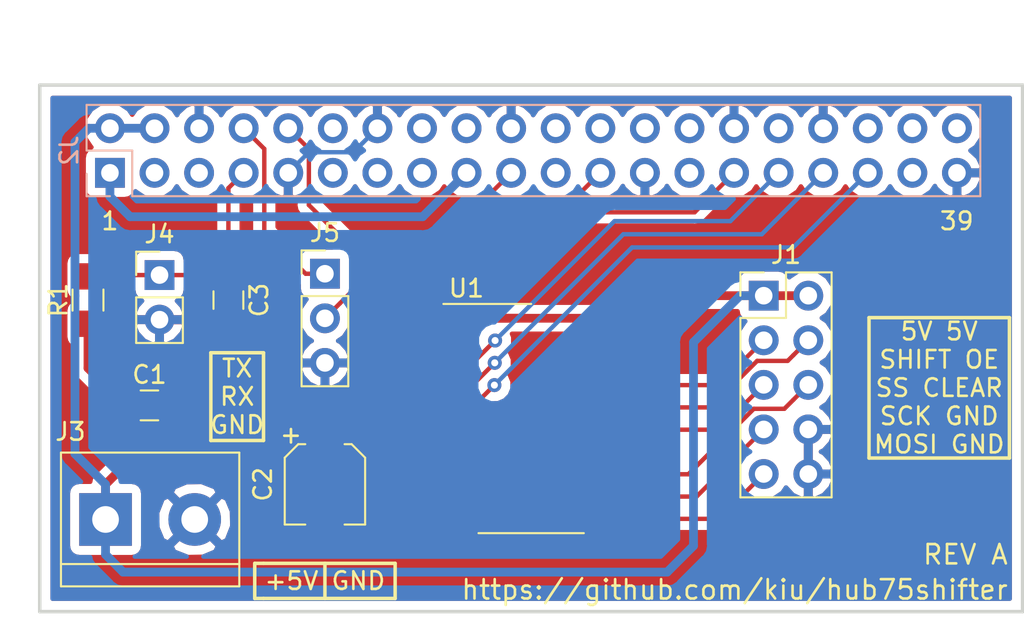
<source format=kicad_pcb>
(kicad_pcb (version 20171130) (host pcbnew "(5.0.0)")

  (general
    (thickness 1.6)
    (drawings 26)
    (tracks 112)
    (zones 0)
    (modules 10)
    (nets 19)
  )

  (page A4)
  (layers
    (0 F.Cu signal)
    (31 B.Cu signal)
    (32 B.Adhes user)
    (33 F.Adhes user)
    (34 B.Paste user)
    (35 F.Paste user)
    (36 B.SilkS user)
    (37 F.SilkS user)
    (38 B.Mask user)
    (39 F.Mask user)
    (40 Dwgs.User user)
    (41 Cmts.User user)
    (42 Eco1.User user)
    (43 Eco2.User user)
    (44 Edge.Cuts user)
    (45 Margin user)
    (46 B.CrtYd user)
    (47 F.CrtYd user)
    (48 B.Fab user)
    (49 F.Fab user)
  )

  (setup
    (last_trace_width 0.25)
    (trace_clearance 0.2)
    (zone_clearance 0.508)
    (zone_45_only no)
    (trace_min 0.2)
    (segment_width 0.2)
    (edge_width 0.15)
    (via_size 0.8)
    (via_drill 0.4)
    (via_min_size 0.4)
    (via_min_drill 0.3)
    (uvia_size 0.3)
    (uvia_drill 0.1)
    (uvias_allowed no)
    (uvia_min_size 0.2)
    (uvia_min_drill 0.1)
    (pcb_text_width 0.3)
    (pcb_text_size 1.5 1.5)
    (mod_edge_width 0.15)
    (mod_text_size 1 1)
    (mod_text_width 0.15)
    (pad_size 1.524 1.524)
    (pad_drill 0.762)
    (pad_to_mask_clearance 0.2)
    (aux_axis_origin 0 0)
    (visible_elements 7FFFFFFF)
    (pcbplotparams
      (layerselection 0x010f0_ffffffff)
      (usegerberextensions false)
      (usegerberattributes false)
      (usegerberadvancedattributes false)
      (creategerberjobfile false)
      (excludeedgelayer true)
      (linewidth 0.100000)
      (plotframeref false)
      (viasonmask false)
      (mode 1)
      (useauxorigin false)
      (hpglpennumber 1)
      (hpglpenspeed 20)
      (hpglpendiameter 15.000000)
      (psnegative false)
      (psa4output false)
      (plotreference true)
      (plotvalue false)
      (plotinvisibletext false)
      (padsonsilk false)
      (subtractmaskfromsilk false)
      (outputformat 1)
      (mirror false)
      (drillshape 0)
      (scaleselection 1)
      (outputdirectory "gerber/"))
  )

  (net 0 "")
  (net 1 PI_GND)
  (net 2 PI_5V)
  (net 3 H75_MOSI)
  (net 4 H75_SCK)
  (net 5 H75_SS)
  (net 6 H75_CLEAR)
  (net 7 H75_OE)
  (net 8 H75_SHIFT)
  (net 9 PI_GPIO_19)
  (net 10 PI_GPIO_13)
  (net 11 PI_GPIO_06)
  (net 12 PI_GPIO_05)
  (net 13 PI_GPIO_11_SCLK)
  (net 14 PI_GPIO_10_MOSI)
  (net 15 PI_3V3)
  (net 16 PI_GPIO_04)
  (net 17 PI_GPIO_15_RXD)
  (net 18 PI_GPIO_14_TXD)

  (net_class Default "This is the default net class."
    (clearance 0.2)
    (trace_width 0.25)
    (via_dia 0.8)
    (via_drill 0.4)
    (uvia_dia 0.3)
    (uvia_drill 0.1)
    (add_net H75_CLEAR)
    (add_net H75_MOSI)
    (add_net H75_OE)
    (add_net H75_SCK)
    (add_net H75_SHIFT)
    (add_net H75_SS)
    (add_net PI_GND)
    (add_net PI_GPIO_04)
    (add_net PI_GPIO_05)
    (add_net PI_GPIO_06)
    (add_net PI_GPIO_10_MOSI)
    (add_net PI_GPIO_11_SCLK)
    (add_net PI_GPIO_13)
    (add_net PI_GPIO_14_TXD)
    (add_net PI_GPIO_15_RXD)
    (add_net PI_GPIO_19)
  )

  (net_class PWR ""
    (clearance 0.2)
    (trace_width 0.5)
    (via_dia 0.8)
    (via_drill 0.4)
    (uvia_dia 0.3)
    (uvia_drill 0.1)
    (add_net PI_3V3)
    (add_net PI_5V)
  )

  (module Capacitors_SMD:C_0805_HandSoldering (layer F.Cu) (tedit 58AA84A8) (tstamp 5D7E905C)
    (at 24 35)
    (descr "Capacitor SMD 0805, hand soldering")
    (tags "capacitor 0805")
    (path /5D917179)
    (attr smd)
    (fp_text reference C1 (at 0 -1.75) (layer F.SilkS)
      (effects (font (size 1 1) (thickness 0.15)))
    )
    (fp_text value 100nF (at 0 1.75) (layer F.Fab)
      (effects (font (size 1 1) (thickness 0.15)))
    )
    (fp_line (start 2.25 0.87) (end -2.25 0.87) (layer F.CrtYd) (width 0.05))
    (fp_line (start 2.25 0.87) (end 2.25 -0.88) (layer F.CrtYd) (width 0.05))
    (fp_line (start -2.25 -0.88) (end -2.25 0.87) (layer F.CrtYd) (width 0.05))
    (fp_line (start -2.25 -0.88) (end 2.25 -0.88) (layer F.CrtYd) (width 0.05))
    (fp_line (start -0.5 0.85) (end 0.5 0.85) (layer F.SilkS) (width 0.12))
    (fp_line (start 0.5 -0.85) (end -0.5 -0.85) (layer F.SilkS) (width 0.12))
    (fp_line (start -1 -0.62) (end 1 -0.62) (layer F.Fab) (width 0.1))
    (fp_line (start 1 -0.62) (end 1 0.62) (layer F.Fab) (width 0.1))
    (fp_line (start 1 0.62) (end -1 0.62) (layer F.Fab) (width 0.1))
    (fp_line (start -1 0.62) (end -1 -0.62) (layer F.Fab) (width 0.1))
    (fp_text user %R (at 0 -1.75) (layer F.Fab)
      (effects (font (size 1 1) (thickness 0.15)))
    )
    (pad 2 smd rect (at 1.25 0) (size 1.5 1.25) (layers F.Cu F.Paste F.Mask)
      (net 1 PI_GND))
    (pad 1 smd rect (at -1.25 0) (size 1.5 1.25) (layers F.Cu F.Paste F.Mask)
      (net 2 PI_5V))
    (model Capacitors_SMD.3dshapes/C_0805.wrl
      (at (xyz 0 0 0))
      (scale (xyz 1 1 1))
      (rotate (xyz 0 0 0))
    )
  )

  (module Pin_Headers:Pin_Header_Straight_2x05_Pitch2.54mm (layer F.Cu) (tedit 59650532) (tstamp 5D9A5B87)
    (at 59 28.75)
    (descr "Through hole straight pin header, 2x05, 2.54mm pitch, double rows")
    (tags "Through hole pin header THT 2x05 2.54mm double row")
    (path /5D7FA137)
    (fp_text reference J1 (at 1.27 -2.33) (layer F.SilkS)
      (effects (font (size 1 1) (thickness 0.15)))
    )
    (fp_text value Conn_02x05_Odd_Even (at 1.27 12.49) (layer F.Fab)
      (effects (font (size 1 1) (thickness 0.15)))
    )
    (fp_text user %R (at 1.27 5.08 90) (layer F.Fab)
      (effects (font (size 1 1) (thickness 0.15)))
    )
    (fp_line (start 4.35 -1.8) (end -1.8 -1.8) (layer F.CrtYd) (width 0.05))
    (fp_line (start 4.35 11.95) (end 4.35 -1.8) (layer F.CrtYd) (width 0.05))
    (fp_line (start -1.8 11.95) (end 4.35 11.95) (layer F.CrtYd) (width 0.05))
    (fp_line (start -1.8 -1.8) (end -1.8 11.95) (layer F.CrtYd) (width 0.05))
    (fp_line (start -1.33 -1.33) (end 0 -1.33) (layer F.SilkS) (width 0.12))
    (fp_line (start -1.33 0) (end -1.33 -1.33) (layer F.SilkS) (width 0.12))
    (fp_line (start 1.27 -1.33) (end 3.87 -1.33) (layer F.SilkS) (width 0.12))
    (fp_line (start 1.27 1.27) (end 1.27 -1.33) (layer F.SilkS) (width 0.12))
    (fp_line (start -1.33 1.27) (end 1.27 1.27) (layer F.SilkS) (width 0.12))
    (fp_line (start 3.87 -1.33) (end 3.87 11.49) (layer F.SilkS) (width 0.12))
    (fp_line (start -1.33 1.27) (end -1.33 11.49) (layer F.SilkS) (width 0.12))
    (fp_line (start -1.33 11.49) (end 3.87 11.49) (layer F.SilkS) (width 0.12))
    (fp_line (start -1.27 0) (end 0 -1.27) (layer F.Fab) (width 0.1))
    (fp_line (start -1.27 11.43) (end -1.27 0) (layer F.Fab) (width 0.1))
    (fp_line (start 3.81 11.43) (end -1.27 11.43) (layer F.Fab) (width 0.1))
    (fp_line (start 3.81 -1.27) (end 3.81 11.43) (layer F.Fab) (width 0.1))
    (fp_line (start 0 -1.27) (end 3.81 -1.27) (layer F.Fab) (width 0.1))
    (pad 10 thru_hole oval (at 2.54 10.16) (size 1.7 1.7) (drill 1) (layers *.Cu *.Mask)
      (net 1 PI_GND))
    (pad 9 thru_hole oval (at 0 10.16) (size 1.7 1.7) (drill 1) (layers *.Cu *.Mask)
      (net 3 H75_MOSI))
    (pad 8 thru_hole oval (at 2.54 7.62) (size 1.7 1.7) (drill 1) (layers *.Cu *.Mask)
      (net 1 PI_GND))
    (pad 7 thru_hole oval (at 0 7.62) (size 1.7 1.7) (drill 1) (layers *.Cu *.Mask)
      (net 4 H75_SCK))
    (pad 6 thru_hole oval (at 2.54 5.08) (size 1.7 1.7) (drill 1) (layers *.Cu *.Mask)
      (net 5 H75_SS))
    (pad 5 thru_hole oval (at 0 5.08) (size 1.7 1.7) (drill 1) (layers *.Cu *.Mask)
      (net 6 H75_CLEAR))
    (pad 4 thru_hole oval (at 2.54 2.54) (size 1.7 1.7) (drill 1) (layers *.Cu *.Mask)
      (net 7 H75_OE))
    (pad 3 thru_hole oval (at 0 2.54) (size 1.7 1.7) (drill 1) (layers *.Cu *.Mask)
      (net 8 H75_SHIFT))
    (pad 2 thru_hole oval (at 2.54 0) (size 1.7 1.7) (drill 1) (layers *.Cu *.Mask)
      (net 2 PI_5V))
    (pad 1 thru_hole rect (at 0 0) (size 1.7 1.7) (drill 1) (layers *.Cu *.Mask)
      (net 2 PI_5V))
    (model ${KISYS3DMOD}/Pin_Headers.3dshapes/Pin_Header_Straight_2x05_Pitch2.54mm.wrl
      (at (xyz 0 0 0))
      (scale (xyz 1 1 1))
      (rotate (xyz 0 0 0))
    )
  )

  (module Socket_Strips:Socket_Strip_Straight_2x20_Pitch2.54mm (layer B.Cu) (tedit 58CD544A) (tstamp 5D7E90B9)
    (at 21.75 21.75 270)
    (descr "Through hole straight socket strip, 2x20, 2.54mm pitch, double rows")
    (tags "Through hole socket strip THT 2x20 2.54mm double row")
    (path /5D7E7CDD)
    (fp_text reference J2 (at -1.27 2.33 270) (layer B.SilkS)
      (effects (font (size 1 1) (thickness 0.15)) (justify mirror))
    )
    (fp_text value Conn_02x20_Odd_Even (at -1.27 -50.59 270) (layer B.Fab)
      (effects (font (size 1 1) (thickness 0.15)) (justify mirror))
    )
    (fp_text user %R (at -1.27 2.33 270) (layer B.Fab)
      (effects (font (size 1 1) (thickness 0.15)) (justify mirror))
    )
    (fp_line (start 1.8 1.8) (end -4.35 1.8) (layer B.CrtYd) (width 0.05))
    (fp_line (start 1.8 -50.05) (end 1.8 1.8) (layer B.CrtYd) (width 0.05))
    (fp_line (start -4.35 -50.05) (end 1.8 -50.05) (layer B.CrtYd) (width 0.05))
    (fp_line (start -4.35 1.8) (end -4.35 -50.05) (layer B.CrtYd) (width 0.05))
    (fp_line (start 1.33 1.33) (end 0.06 1.33) (layer B.SilkS) (width 0.12))
    (fp_line (start 1.33 0) (end 1.33 1.33) (layer B.SilkS) (width 0.12))
    (fp_line (start -1.27 -1.27) (end 1.33 -1.27) (layer B.SilkS) (width 0.12))
    (fp_line (start -1.27 1.33) (end -1.27 -1.27) (layer B.SilkS) (width 0.12))
    (fp_line (start -3.87 1.33) (end -1.27 1.33) (layer B.SilkS) (width 0.12))
    (fp_line (start -3.87 -49.59) (end -3.87 1.33) (layer B.SilkS) (width 0.12))
    (fp_line (start 1.33 -49.59) (end -3.87 -49.59) (layer B.SilkS) (width 0.12))
    (fp_line (start 1.33 -1.27) (end 1.33 -49.59) (layer B.SilkS) (width 0.12))
    (fp_line (start 1.27 1.27) (end -3.81 1.27) (layer B.Fab) (width 0.1))
    (fp_line (start 1.27 -49.53) (end 1.27 1.27) (layer B.Fab) (width 0.1))
    (fp_line (start -3.81 -49.53) (end 1.27 -49.53) (layer B.Fab) (width 0.1))
    (fp_line (start -3.81 1.27) (end -3.81 -49.53) (layer B.Fab) (width 0.1))
    (pad 40 thru_hole oval (at -2.54 -48.26 270) (size 1.7 1.7) (drill 1) (layers *.Cu *.Mask))
    (pad 39 thru_hole oval (at 0 -48.26 270) (size 1.7 1.7) (drill 1) (layers *.Cu *.Mask)
      (net 1 PI_GND))
    (pad 38 thru_hole oval (at -2.54 -45.72 270) (size 1.7 1.7) (drill 1) (layers *.Cu *.Mask))
    (pad 37 thru_hole oval (at 0 -45.72 270) (size 1.7 1.7) (drill 1) (layers *.Cu *.Mask))
    (pad 36 thru_hole oval (at -2.54 -43.18 270) (size 1.7 1.7) (drill 1) (layers *.Cu *.Mask))
    (pad 35 thru_hole oval (at 0 -43.18 270) (size 1.7 1.7) (drill 1) (layers *.Cu *.Mask)
      (net 9 PI_GPIO_19))
    (pad 34 thru_hole oval (at -2.54 -40.64 270) (size 1.7 1.7) (drill 1) (layers *.Cu *.Mask)
      (net 1 PI_GND))
    (pad 33 thru_hole oval (at 0 -40.64 270) (size 1.7 1.7) (drill 1) (layers *.Cu *.Mask)
      (net 10 PI_GPIO_13))
    (pad 32 thru_hole oval (at -2.54 -38.1 270) (size 1.7 1.7) (drill 1) (layers *.Cu *.Mask))
    (pad 31 thru_hole oval (at 0 -38.1 270) (size 1.7 1.7) (drill 1) (layers *.Cu *.Mask)
      (net 11 PI_GPIO_06))
    (pad 30 thru_hole oval (at -2.54 -35.56 270) (size 1.7 1.7) (drill 1) (layers *.Cu *.Mask)
      (net 1 PI_GND))
    (pad 29 thru_hole oval (at 0 -35.56 270) (size 1.7 1.7) (drill 1) (layers *.Cu *.Mask)
      (net 12 PI_GPIO_05))
    (pad 28 thru_hole oval (at -2.54 -33.02 270) (size 1.7 1.7) (drill 1) (layers *.Cu *.Mask))
    (pad 27 thru_hole oval (at 0 -33.02 270) (size 1.7 1.7) (drill 1) (layers *.Cu *.Mask))
    (pad 26 thru_hole oval (at -2.54 -30.48 270) (size 1.7 1.7) (drill 1) (layers *.Cu *.Mask))
    (pad 25 thru_hole oval (at 0 -30.48 270) (size 1.7 1.7) (drill 1) (layers *.Cu *.Mask)
      (net 1 PI_GND))
    (pad 24 thru_hole oval (at -2.54 -27.94 270) (size 1.7 1.7) (drill 1) (layers *.Cu *.Mask))
    (pad 23 thru_hole oval (at 0 -27.94 270) (size 1.7 1.7) (drill 1) (layers *.Cu *.Mask)
      (net 13 PI_GPIO_11_SCLK))
    (pad 22 thru_hole oval (at -2.54 -25.4 270) (size 1.7 1.7) (drill 1) (layers *.Cu *.Mask))
    (pad 21 thru_hole oval (at 0 -25.4 270) (size 1.7 1.7) (drill 1) (layers *.Cu *.Mask))
    (pad 20 thru_hole oval (at -2.54 -22.86 270) (size 1.7 1.7) (drill 1) (layers *.Cu *.Mask)
      (net 1 PI_GND))
    (pad 19 thru_hole oval (at 0 -22.86 270) (size 1.7 1.7) (drill 1) (layers *.Cu *.Mask)
      (net 14 PI_GPIO_10_MOSI))
    (pad 18 thru_hole oval (at -2.54 -20.32 270) (size 1.7 1.7) (drill 1) (layers *.Cu *.Mask))
    (pad 17 thru_hole oval (at 0 -20.32 270) (size 1.7 1.7) (drill 1) (layers *.Cu *.Mask)
      (net 15 PI_3V3))
    (pad 16 thru_hole oval (at -2.54 -17.78 270) (size 1.7 1.7) (drill 1) (layers *.Cu *.Mask))
    (pad 15 thru_hole oval (at 0 -17.78 270) (size 1.7 1.7) (drill 1) (layers *.Cu *.Mask))
    (pad 14 thru_hole oval (at -2.54 -15.24 270) (size 1.7 1.7) (drill 1) (layers *.Cu *.Mask)
      (net 1 PI_GND))
    (pad 13 thru_hole oval (at 0 -15.24 270) (size 1.7 1.7) (drill 1) (layers *.Cu *.Mask))
    (pad 12 thru_hole oval (at -2.54 -12.7 270) (size 1.7 1.7) (drill 1) (layers *.Cu *.Mask))
    (pad 11 thru_hole oval (at 0 -12.7 270) (size 1.7 1.7) (drill 1) (layers *.Cu *.Mask))
    (pad 10 thru_hole oval (at -2.54 -10.16 270) (size 1.7 1.7) (drill 1) (layers *.Cu *.Mask)
      (net 17 PI_GPIO_15_RXD))
    (pad 9 thru_hole oval (at 0 -10.16 270) (size 1.7 1.7) (drill 1) (layers *.Cu *.Mask)
      (net 1 PI_GND))
    (pad 8 thru_hole oval (at -2.54 -7.62 270) (size 1.7 1.7) (drill 1) (layers *.Cu *.Mask)
      (net 18 PI_GPIO_14_TXD))
    (pad 7 thru_hole oval (at 0 -7.62 270) (size 1.7 1.7) (drill 1) (layers *.Cu *.Mask)
      (net 16 PI_GPIO_04))
    (pad 6 thru_hole oval (at -2.54 -5.08 270) (size 1.7 1.7) (drill 1) (layers *.Cu *.Mask)
      (net 1 PI_GND))
    (pad 5 thru_hole oval (at 0 -5.08 270) (size 1.7 1.7) (drill 1) (layers *.Cu *.Mask))
    (pad 4 thru_hole oval (at -2.54 -2.54 270) (size 1.7 1.7) (drill 1) (layers *.Cu *.Mask)
      (net 2 PI_5V))
    (pad 3 thru_hole oval (at 0 -2.54 270) (size 1.7 1.7) (drill 1) (layers *.Cu *.Mask))
    (pad 2 thru_hole oval (at -2.54 0 270) (size 1.7 1.7) (drill 1) (layers *.Cu *.Mask)
      (net 2 PI_5V))
    (pad 1 thru_hole rect (at 0 0 270) (size 1.7 1.7) (drill 1) (layers *.Cu *.Mask)
      (net 15 PI_3V3))
    (model ${KISYS3DMOD}/Socket_Strips.3dshapes/Socket_Strip_Straight_2x20_Pitch2.54mm.wrl
      (offset (xyz -1.269999980926514 -24.12999963760376 0))
      (scale (xyz 1 1 1))
      (rotate (xyz 0 0 270))
    )
  )

  (module Terminal_Blocks:TerminalBlock_bornier-2_P5.08mm (layer F.Cu) (tedit 59FF03AB) (tstamp 5D7E90CE)
    (at 21.5 41.5)
    (descr "simple 2-pin terminal block, pitch 5.08mm, revamped version of bornier2")
    (tags "terminal block bornier2")
    (path /5D80B3D5)
    (fp_text reference J3 (at -2 -5) (layer F.SilkS)
      (effects (font (size 1 1) (thickness 0.15)))
    )
    (fp_text value Screw_Terminal_01x02 (at 2.54 5.08) (layer F.Fab)
      (effects (font (size 1 1) (thickness 0.15)))
    )
    (fp_line (start 7.79 4) (end -2.71 4) (layer F.CrtYd) (width 0.05))
    (fp_line (start 7.79 4) (end 7.79 -4) (layer F.CrtYd) (width 0.05))
    (fp_line (start -2.71 -4) (end -2.71 4) (layer F.CrtYd) (width 0.05))
    (fp_line (start -2.71 -4) (end 7.79 -4) (layer F.CrtYd) (width 0.05))
    (fp_line (start -2.54 3.81) (end 7.62 3.81) (layer F.SilkS) (width 0.12))
    (fp_line (start -2.54 -3.81) (end -2.54 3.81) (layer F.SilkS) (width 0.12))
    (fp_line (start 7.62 -3.81) (end -2.54 -3.81) (layer F.SilkS) (width 0.12))
    (fp_line (start 7.62 3.81) (end 7.62 -3.81) (layer F.SilkS) (width 0.12))
    (fp_line (start 7.62 2.54) (end -2.54 2.54) (layer F.SilkS) (width 0.12))
    (fp_line (start 7.54 -3.75) (end -2.46 -3.75) (layer F.Fab) (width 0.1))
    (fp_line (start 7.54 3.75) (end 7.54 -3.75) (layer F.Fab) (width 0.1))
    (fp_line (start -2.46 3.75) (end 7.54 3.75) (layer F.Fab) (width 0.1))
    (fp_line (start -2.46 -3.75) (end -2.46 3.75) (layer F.Fab) (width 0.1))
    (fp_line (start -2.41 2.55) (end 7.49 2.55) (layer F.Fab) (width 0.1))
    (fp_text user %R (at 2.54 0) (layer F.Fab)
      (effects (font (size 1 1) (thickness 0.15)))
    )
    (pad 2 thru_hole circle (at 5.08 0) (size 3 3) (drill 1.52) (layers *.Cu *.Mask)
      (net 1 PI_GND))
    (pad 1 thru_hole rect (at 0 0) (size 3 3) (drill 1.52) (layers *.Cu *.Mask)
      (net 2 PI_5V))
    (model ${KISYS3DMOD}/Terminal_Blocks.3dshapes/TerminalBlock_bornier-2_P5.08mm.wrl
      (offset (xyz 2.539999961853027 0 0))
      (scale (xyz 1 1 1))
      (rotate (xyz 0 0 0))
    )
  )

  (module Housings_SOIC:SO-20_12.8x7.5mm_Pitch1.27mm (layer F.Cu) (tedit 59D912C3) (tstamp 5D7E90F2)
    (at 45.75 35.75)
    (descr "SO-20, 12.8x7.5mm, https://www.nxp.com/docs/en/data-sheet/SA605.pdf")
    (tags "S0-20 ")
    (path /5D817E7C)
    (attr smd)
    (fp_text reference U1 (at -3.69 -7.42) (layer F.SilkS)
      (effects (font (size 1 1) (thickness 0.15)))
    )
    (fp_text value 74HC245 (at 0 7.99) (layer F.Fab)
      (effects (font (size 1 1) (thickness 0.15)))
    )
    (fp_text user %R (at 0 0) (layer F.Fab)
      (effects (font (size 1 1) (thickness 0.15)))
    )
    (fp_line (start -5.7 6.7) (end -5.7 -6.7) (layer F.CrtYd) (width 0.05))
    (fp_line (start 5.7 6.7) (end -5.7 6.7) (layer F.CrtYd) (width 0.05))
    (fp_line (start 5.7 -6.7) (end 5.7 6.7) (layer F.CrtYd) (width 0.05))
    (fp_line (start -5.7 -6.7) (end 5.7 -6.7) (layer F.CrtYd) (width 0.05))
    (fp_line (start -5 -6.53) (end 0 -6.53) (layer F.SilkS) (width 0.12))
    (fp_line (start -3 6.53) (end 3 6.53) (layer F.SilkS) (width 0.12))
    (fp_line (start -2.2 -5.4) (end -1.2 -6.4) (layer F.Fab) (width 0.1))
    (fp_line (start -2.2 6.4) (end -2.2 -5.4) (layer F.Fab) (width 0.1))
    (fp_line (start 2.2 6.4) (end -2.2 6.4) (layer F.Fab) (width 0.1))
    (fp_line (start 2.2 -6.4) (end 2.2 6.4) (layer F.Fab) (width 0.1))
    (fp_line (start -1.2 -6.4) (end 2.2 -6.4) (layer F.Fab) (width 0.1))
    (pad 20 smd rect (at 4.75 -5.715) (size 1.5 0.6) (layers F.Cu F.Paste F.Mask)
      (net 2 PI_5V))
    (pad 19 smd rect (at 4.75 -4.445) (size 1.5 0.6) (layers F.Cu F.Paste F.Mask)
      (net 1 PI_GND))
    (pad 18 smd rect (at 4.75 -3.175) (size 1.5 0.6) (layers F.Cu F.Paste F.Mask))
    (pad 17 smd rect (at 4.75 -1.905) (size 1.5 0.6) (layers F.Cu F.Paste F.Mask)
      (net 8 H75_SHIFT))
    (pad 16 smd rect (at 4.75 -0.635) (size 1.5 0.6) (layers F.Cu F.Paste F.Mask)
      (net 7 H75_OE))
    (pad 15 smd rect (at 4.75 0.635) (size 1.5 0.6) (layers F.Cu F.Paste F.Mask)
      (net 6 H75_CLEAR))
    (pad 14 smd rect (at 4.75 1.905) (size 1.5 0.6) (layers F.Cu F.Paste F.Mask))
    (pad 13 smd rect (at 4.75 3.175) (size 1.5 0.6) (layers F.Cu F.Paste F.Mask)
      (net 5 H75_SS))
    (pad 12 smd rect (at 4.75 4.445) (size 1.5 0.6) (layers F.Cu F.Paste F.Mask)
      (net 4 H75_SCK))
    (pad 11 smd rect (at 4.75 5.715) (size 1.5 0.6) (layers F.Cu F.Paste F.Mask)
      (net 3 H75_MOSI))
    (pad 10 smd rect (at -4.75 5.715) (size 1.5 0.6) (layers F.Cu F.Paste F.Mask)
      (net 1 PI_GND))
    (pad 9 smd rect (at -4.75 4.445) (size 1.5 0.6) (layers F.Cu F.Paste F.Mask)
      (net 14 PI_GPIO_10_MOSI))
    (pad 8 smd rect (at -4.75 3.175) (size 1.5 0.6) (layers F.Cu F.Paste F.Mask)
      (net 13 PI_GPIO_11_SCLK))
    (pad 7 smd rect (at -4.75 1.905) (size 1.5 0.6) (layers F.Cu F.Paste F.Mask)
      (net 12 PI_GPIO_05))
    (pad 1 smd rect (at -4.75 -5.715) (size 1.5 0.6) (layers F.Cu F.Paste F.Mask)
      (net 2 PI_5V))
    (pad 2 smd rect (at -4.75 -4.445) (size 1.5 0.6) (layers F.Cu F.Paste F.Mask))
    (pad 3 smd rect (at -4.75 -3.175) (size 1.5 0.6) (layers F.Cu F.Paste F.Mask)
      (net 11 PI_GPIO_06))
    (pad 4 smd rect (at -4.75 -1.905) (size 1.5 0.6) (layers F.Cu F.Paste F.Mask)
      (net 10 PI_GPIO_13))
    (pad 5 smd rect (at -4.75 -0.635) (size 1.5 0.6) (layers F.Cu F.Paste F.Mask)
      (net 9 PI_GPIO_19))
    (pad 6 smd rect (at -4.75 0.635) (size 1.5 0.6) (layers F.Cu F.Paste F.Mask))
    (model ${KISYS3DMOD}/Housings_SOIC.3dshapes/SO-20_12.8x7.5mm_Pitch1.27mm.wrl
      (at (xyz 0 0 0))
      (scale (xyz 1 1 1))
      (rotate (xyz 0 0 0))
    )
  )

  (module Capacitors_SMD:C_0805_HandSoldering (layer F.Cu) (tedit 58AA84A8) (tstamp 5D8930EA)
    (at 28.5 29 270)
    (descr "Capacitor SMD 0805, hand soldering")
    (tags "capacitor 0805")
    (path /5D8A1502)
    (attr smd)
    (fp_text reference C3 (at 0 -1.75 270) (layer F.SilkS)
      (effects (font (size 1 1) (thickness 0.15)))
    )
    (fp_text value 100nF (at 0 1.75 270) (layer F.Fab)
      (effects (font (size 1 1) (thickness 0.15)))
    )
    (fp_line (start 2.25 0.87) (end -2.25 0.87) (layer F.CrtYd) (width 0.05))
    (fp_line (start 2.25 0.87) (end 2.25 -0.88) (layer F.CrtYd) (width 0.05))
    (fp_line (start -2.25 -0.88) (end -2.25 0.87) (layer F.CrtYd) (width 0.05))
    (fp_line (start -2.25 -0.88) (end 2.25 -0.88) (layer F.CrtYd) (width 0.05))
    (fp_line (start -0.5 0.85) (end 0.5 0.85) (layer F.SilkS) (width 0.12))
    (fp_line (start 0.5 -0.85) (end -0.5 -0.85) (layer F.SilkS) (width 0.12))
    (fp_line (start -1 -0.62) (end 1 -0.62) (layer F.Fab) (width 0.1))
    (fp_line (start 1 -0.62) (end 1 0.62) (layer F.Fab) (width 0.1))
    (fp_line (start 1 0.62) (end -1 0.62) (layer F.Fab) (width 0.1))
    (fp_line (start -1 0.62) (end -1 -0.62) (layer F.Fab) (width 0.1))
    (fp_text user %R (at 0 -1.75 270) (layer F.Fab)
      (effects (font (size 1 1) (thickness 0.15)))
    )
    (pad 2 smd rect (at 1.25 0 270) (size 1.5 1.25) (layers F.Cu F.Paste F.Mask)
      (net 1 PI_GND))
    (pad 1 smd rect (at -1.25 0 270) (size 1.5 1.25) (layers F.Cu F.Paste F.Mask)
      (net 16 PI_GPIO_04))
    (model Capacitors_SMD.3dshapes/C_0805.wrl
      (at (xyz 0 0 0))
      (scale (xyz 1 1 1))
      (rotate (xyz 0 0 0))
    )
  )

  (module Pin_Headers:Pin_Header_Straight_1x02_Pitch2.54mm (layer F.Cu) (tedit 59650532) (tstamp 5D8930B0)
    (at 24.575001 27.575001)
    (descr "Through hole straight pin header, 1x02, 2.54mm pitch, single row")
    (tags "Through hole pin header THT 1x02 2.54mm single row")
    (path /5D893F0F)
    (fp_text reference J4 (at 0 -2.33) (layer F.SilkS)
      (effects (font (size 1 1) (thickness 0.15)))
    )
    (fp_text value Conn_01x02 (at 0 4.87) (layer F.Fab)
      (effects (font (size 1 1) (thickness 0.15)))
    )
    (fp_text user %R (at 0 1.27 90) (layer F.Fab)
      (effects (font (size 1 1) (thickness 0.15)))
    )
    (fp_line (start 1.8 -1.8) (end -1.8 -1.8) (layer F.CrtYd) (width 0.05))
    (fp_line (start 1.8 4.35) (end 1.8 -1.8) (layer F.CrtYd) (width 0.05))
    (fp_line (start -1.8 4.35) (end 1.8 4.35) (layer F.CrtYd) (width 0.05))
    (fp_line (start -1.8 -1.8) (end -1.8 4.35) (layer F.CrtYd) (width 0.05))
    (fp_line (start -1.33 -1.33) (end 0 -1.33) (layer F.SilkS) (width 0.12))
    (fp_line (start -1.33 0) (end -1.33 -1.33) (layer F.SilkS) (width 0.12))
    (fp_line (start -1.33 1.27) (end 1.33 1.27) (layer F.SilkS) (width 0.12))
    (fp_line (start 1.33 1.27) (end 1.33 3.87) (layer F.SilkS) (width 0.12))
    (fp_line (start -1.33 1.27) (end -1.33 3.87) (layer F.SilkS) (width 0.12))
    (fp_line (start -1.33 3.87) (end 1.33 3.87) (layer F.SilkS) (width 0.12))
    (fp_line (start -1.27 -0.635) (end -0.635 -1.27) (layer F.Fab) (width 0.1))
    (fp_line (start -1.27 3.81) (end -1.27 -0.635) (layer F.Fab) (width 0.1))
    (fp_line (start 1.27 3.81) (end -1.27 3.81) (layer F.Fab) (width 0.1))
    (fp_line (start 1.27 -1.27) (end 1.27 3.81) (layer F.Fab) (width 0.1))
    (fp_line (start -0.635 -1.27) (end 1.27 -1.27) (layer F.Fab) (width 0.1))
    (pad 2 thru_hole oval (at 0 2.54) (size 1.7 1.7) (drill 1) (layers *.Cu *.Mask)
      (net 1 PI_GND))
    (pad 1 thru_hole rect (at 0 0) (size 1.7 1.7) (drill 1) (layers *.Cu *.Mask)
      (net 16 PI_GPIO_04))
    (model ${KISYS3DMOD}/Pin_Headers.3dshapes/Pin_Header_Straight_1x02_Pitch2.54mm.wrl
      (at (xyz 0 0 0))
      (scale (xyz 1 1 1))
      (rotate (xyz 0 0 0))
    )
  )

  (module Resistors_SMD:R_0805_HandSoldering (layer F.Cu) (tedit 58E0A804) (tstamp 5D89307B)
    (at 20.5 29 90)
    (descr "Resistor SMD 0805, hand soldering")
    (tags "resistor 0805")
    (path /5D893FAB)
    (attr smd)
    (fp_text reference R1 (at 0 -1.7 90) (layer F.SilkS)
      (effects (font (size 1 1) (thickness 0.15)))
    )
    (fp_text value R (at 0 1.75 90) (layer F.Fab)
      (effects (font (size 1 1) (thickness 0.15)))
    )
    (fp_line (start 2.35 0.9) (end -2.35 0.9) (layer F.CrtYd) (width 0.05))
    (fp_line (start 2.35 0.9) (end 2.35 -0.9) (layer F.CrtYd) (width 0.05))
    (fp_line (start -2.35 -0.9) (end -2.35 0.9) (layer F.CrtYd) (width 0.05))
    (fp_line (start -2.35 -0.9) (end 2.35 -0.9) (layer F.CrtYd) (width 0.05))
    (fp_line (start -0.6 -0.88) (end 0.6 -0.88) (layer F.SilkS) (width 0.12))
    (fp_line (start 0.6 0.88) (end -0.6 0.88) (layer F.SilkS) (width 0.12))
    (fp_line (start -1 -0.62) (end 1 -0.62) (layer F.Fab) (width 0.1))
    (fp_line (start 1 -0.62) (end 1 0.62) (layer F.Fab) (width 0.1))
    (fp_line (start 1 0.62) (end -1 0.62) (layer F.Fab) (width 0.1))
    (fp_line (start -1 0.62) (end -1 -0.62) (layer F.Fab) (width 0.1))
    (fp_text user %R (at 0 0 90) (layer F.Fab)
      (effects (font (size 0.5 0.5) (thickness 0.075)))
    )
    (pad 2 smd rect (at 1.35 0 90) (size 1.5 1.3) (layers F.Cu F.Paste F.Mask)
      (net 16 PI_GPIO_04))
    (pad 1 smd rect (at -1.35 0 90) (size 1.5 1.3) (layers F.Cu F.Paste F.Mask)
      (net 2 PI_5V))
    (model ${KISYS3DMOD}/Resistors_SMD.3dshapes/R_0805.wrl
      (at (xyz 0 0 0))
      (scale (xyz 1 1 1))
      (rotate (xyz 0 0 0))
    )
  )

  (module Pin_Headers:Pin_Header_Straight_1x03_Pitch2.54mm (layer F.Cu) (tedit 59650532) (tstamp 5D9A54B9)
    (at 34 27.5)
    (descr "Through hole straight pin header, 1x03, 2.54mm pitch, single row")
    (tags "Through hole pin header THT 1x03 2.54mm single row")
    (path /5D9A88F9)
    (fp_text reference J5 (at 0 -2.33) (layer F.SilkS)
      (effects (font (size 1 1) (thickness 0.15)))
    )
    (fp_text value Conn_01x03 (at 0 7.41) (layer F.Fab)
      (effects (font (size 1 1) (thickness 0.15)))
    )
    (fp_text user %R (at 0 2.54 90) (layer F.Fab)
      (effects (font (size 1 1) (thickness 0.15)))
    )
    (fp_line (start 1.8 -1.8) (end -1.8 -1.8) (layer F.CrtYd) (width 0.05))
    (fp_line (start 1.8 6.85) (end 1.8 -1.8) (layer F.CrtYd) (width 0.05))
    (fp_line (start -1.8 6.85) (end 1.8 6.85) (layer F.CrtYd) (width 0.05))
    (fp_line (start -1.8 -1.8) (end -1.8 6.85) (layer F.CrtYd) (width 0.05))
    (fp_line (start -1.33 -1.33) (end 0 -1.33) (layer F.SilkS) (width 0.12))
    (fp_line (start -1.33 0) (end -1.33 -1.33) (layer F.SilkS) (width 0.12))
    (fp_line (start -1.33 1.27) (end 1.33 1.27) (layer F.SilkS) (width 0.12))
    (fp_line (start 1.33 1.27) (end 1.33 6.41) (layer F.SilkS) (width 0.12))
    (fp_line (start -1.33 1.27) (end -1.33 6.41) (layer F.SilkS) (width 0.12))
    (fp_line (start -1.33 6.41) (end 1.33 6.41) (layer F.SilkS) (width 0.12))
    (fp_line (start -1.27 -0.635) (end -0.635 -1.27) (layer F.Fab) (width 0.1))
    (fp_line (start -1.27 6.35) (end -1.27 -0.635) (layer F.Fab) (width 0.1))
    (fp_line (start 1.27 6.35) (end -1.27 6.35) (layer F.Fab) (width 0.1))
    (fp_line (start 1.27 -1.27) (end 1.27 6.35) (layer F.Fab) (width 0.1))
    (fp_line (start -0.635 -1.27) (end 1.27 -1.27) (layer F.Fab) (width 0.1))
    (pad 3 thru_hole oval (at 0 5.08) (size 1.7 1.7) (drill 1) (layers *.Cu *.Mask)
      (net 1 PI_GND))
    (pad 2 thru_hole oval (at 0 2.54) (size 1.7 1.7) (drill 1) (layers *.Cu *.Mask)
      (net 17 PI_GPIO_15_RXD))
    (pad 1 thru_hole rect (at 0 0) (size 1.7 1.7) (drill 1) (layers *.Cu *.Mask)
      (net 18 PI_GPIO_14_TXD))
    (model ${KISYS3DMOD}/Pin_Headers.3dshapes/Pin_Header_Straight_1x03_Pitch2.54mm.wrl
      (at (xyz 0 0 0))
      (scale (xyz 1 1 1))
      (rotate (xyz 0 0 0))
    )
  )

  (module Capacitors_SMD:CP_Elec_4x5.7 (layer F.Cu) (tedit 58AA8612) (tstamp 5D9A5ED9)
    (at 34 39.5 270)
    (descr "SMT capacitor, aluminium electrolytic, 4x5.7")
    (path /5D917209)
    (attr smd)
    (fp_text reference C2 (at 0 3.54 270) (layer F.SilkS)
      (effects (font (size 1 1) (thickness 0.15)))
    )
    (fp_text value 100uF (at 0 -3.54 270) (layer F.Fab)
      (effects (font (size 1 1) (thickness 0.15)))
    )
    (fp_line (start 3.35 2.38) (end -3.35 2.38) (layer F.CrtYd) (width 0.05))
    (fp_line (start 3.35 2.38) (end 3.35 -2.39) (layer F.CrtYd) (width 0.05))
    (fp_line (start -3.35 -2.39) (end -3.35 2.38) (layer F.CrtYd) (width 0.05))
    (fp_line (start -3.35 -2.39) (end 3.35 -2.39) (layer F.CrtYd) (width 0.05))
    (fp_line (start -1.52 -2.29) (end -2.29 -1.52) (layer F.SilkS) (width 0.12))
    (fp_line (start -1.52 -2.29) (end 2.29 -2.29) (layer F.SilkS) (width 0.12))
    (fp_line (start -1.52 2.29) (end -2.29 1.52) (layer F.SilkS) (width 0.12))
    (fp_line (start -1.52 2.29) (end 2.29 2.29) (layer F.SilkS) (width 0.12))
    (fp_line (start -2.29 1.52) (end -2.29 1.12) (layer F.SilkS) (width 0.12))
    (fp_line (start -2.29 -1.52) (end -2.29 -1.12) (layer F.SilkS) (width 0.12))
    (fp_line (start 2.29 -2.29) (end 2.29 -1.12) (layer F.SilkS) (width 0.12))
    (fp_line (start 2.29 2.29) (end 2.29 1.12) (layer F.SilkS) (width 0.12))
    (fp_line (start 2.13 -2.13) (end -1.46 -2.13) (layer F.Fab) (width 0.1))
    (fp_line (start -1.46 -2.13) (end -2.13 -1.46) (layer F.Fab) (width 0.1))
    (fp_line (start -2.13 -1.46) (end -2.13 1.46) (layer F.Fab) (width 0.1))
    (fp_line (start -2.13 1.46) (end -1.46 2.13) (layer F.Fab) (width 0.1))
    (fp_line (start -1.46 2.13) (end 2.13 2.13) (layer F.Fab) (width 0.1))
    (fp_line (start 2.13 2.13) (end 2.13 -2.13) (layer F.Fab) (width 0.1))
    (fp_text user %R (at 0 3.54 270) (layer F.Fab)
      (effects (font (size 1 1) (thickness 0.15)))
    )
    (fp_text user + (at -2.77 2.01 270) (layer F.SilkS)
      (effects (font (size 1 1) (thickness 0.15)))
    )
    (fp_text user + (at -1.1 -0.08 270) (layer F.Fab)
      (effects (font (size 1 1) (thickness 0.15)))
    )
    (fp_circle (center 0 0) (end 0.3 2.1) (layer F.Fab) (width 0.1))
    (pad 2 smd rect (at 1.8 0 90) (size 2.6 1.6) (layers F.Cu F.Paste F.Mask)
      (net 1 PI_GND))
    (pad 1 smd rect (at -1.8 0 90) (size 2.6 1.6) (layers F.Cu F.Paste F.Mask)
      (net 2 PI_5V))
    (model Capacitors_SMD.3dshapes/CP_Elec_4x5.7.wrl
      (at (xyz 0 0 0))
      (scale (xyz 1 1 1))
      (rotate (xyz 0 0 180))
    )
  )

  (gr_text "REV A" (at 73 43.5) (layer F.SilkS)
    (effects (font (size 1.1 1.1) (thickness 0.15)) (justify right))
  )
  (gr_text https://github.com/kiu/hub75shifter (at 73 45.5) (layer F.SilkS)
    (effects (font (size 1.1 1.1) (thickness 0.15)) (justify right))
  )
  (gr_text 39 (at 70 24.5) (layer F.SilkS)
    (effects (font (size 1 1) (thickness 0.15)))
  )
  (gr_text 1 (at 21.75 24.5) (layer F.SilkS)
    (effects (font (size 1 1) (thickness 0.15)))
  )
  (gr_line (start 65 30) (end 65 38) (layer F.SilkS) (width 0.2))
  (gr_line (start 73 30) (end 65 30) (layer F.SilkS) (width 0.2))
  (gr_line (start 73 38) (end 73 30) (layer F.SilkS) (width 0.2))
  (gr_line (start 65 38) (end 73 38) (layer F.SilkS) (width 0.2))
  (gr_text "5V 5V\nSHIFT OE\nSS CLEAR\nSCK GND\nMOSI GND" (at 69 34) (layer F.SilkS) (tstamp 5D9A5985)
    (effects (font (size 1 1) (thickness 0.15)))
  )
  (gr_line (start 27.5 32) (end 27.5 37) (layer F.SilkS) (width 0.2))
  (gr_line (start 30.5 32) (end 27.5 32) (layer F.SilkS) (width 0.2))
  (gr_line (start 30.5 37) (end 30.5 32) (layer F.SilkS) (width 0.2))
  (gr_line (start 27.5 37) (end 30.5 37) (layer F.SilkS) (width 0.2))
  (gr_line (start 34 46) (end 34 44) (layer F.SilkS) (width 0.2))
  (gr_text "TX\nRX\nGND" (at 29 34.5) (layer F.SilkS)
    (effects (font (size 1 1) (thickness 0.15)))
  )
  (gr_line (start 30 46) (end 30.5 46) (layer F.SilkS) (width 0.2))
  (gr_line (start 30 44) (end 30 46) (layer F.SilkS) (width 0.2))
  (gr_line (start 30.5 44) (end 30 44) (layer F.SilkS) (width 0.2))
  (gr_line (start 38 44) (end 30.5 44) (layer F.SilkS) (width 0.2))
  (gr_line (start 38 46) (end 38 44) (layer F.SilkS) (width 0.2))
  (gr_line (start 30.5 46) (end 38 46) (layer F.SilkS) (width 0.2))
  (gr_text "+5V GND" (at 34 45) (layer F.SilkS)
    (effects (font (size 1 1) (thickness 0.15)))
  )
  (gr_line (start 17.75 46.75) (end 73.75 46.75) (layer Edge.Cuts) (width 0.2))
  (gr_line (start 73.75 16.75) (end 17.75 16.75) (layer Edge.Cuts) (width 0.2))
  (gr_line (start 73.75 46.75) (end 73.75 16.75) (layer Edge.Cuts) (width 0.2))
  (gr_line (start 17.75 46.75) (end 17.75 16.75) (layer Edge.Cuts) (width 0.2))

  (segment (start 24.71 30.25) (end 24.575001 30.115001) (width 0.25) (layer F.Cu) (net 1) (status 30))
  (segment (start 28.5 30.25) (end 24.71 30.25) (width 0.25) (layer F.Cu) (net 1) (status 30))
  (segment (start 36.140001 20.059999) (end 36.99 19.21) (width 0.25) (layer B.Cu) (net 1) (status 30))
  (segment (start 35.625001 20.574999) (end 36.140001 20.059999) (width 0.25) (layer B.Cu) (net 1) (status 20))
  (segment (start 33.085001 20.574999) (end 35.625001 20.574999) (width 0.25) (layer B.Cu) (net 1))
  (segment (start 31.91 21.75) (end 33.085001 20.574999) (width 0.25) (layer B.Cu) (net 1) (status 10))
  (segment (start 21.75 19.21) (end 24.29 19.21) (width 0.5) (layer B.Cu) (net 2) (status 30))
  (segment (start 50.5 30.035) (end 41 30.035) (width 0.5) (layer F.Cu) (net 2) (status 30))
  (segment (start 41 30.035) (end 45.035 30.035) (width 0.5) (layer F.Cu) (net 2) (status 10))
  (segment (start 20.5 30.45) (end 20.5 30.35) (width 0.5) (layer F.Cu) (net 2) (status 30))
  (segment (start 19.757919 20) (end 19.757919 28.757919) (width 0.5) (layer B.Cu) (net 2))
  (segment (start 20.547919 19.21) (end 19.757919 20) (width 0.5) (layer B.Cu) (net 2))
  (segment (start 21.75 19.21) (end 20.547919 19.21) (width 0.5) (layer B.Cu) (net 2) (status 10))
  (segment (start 19.757919 37.757919) (end 19.757919 28.757919) (width 0.5) (layer B.Cu) (net 2))
  (segment (start 21.5 39.5) (end 19.757919 37.757919) (width 0.5) (layer B.Cu) (net 2))
  (segment (start 21.5 41.5) (end 21.5 39.5) (width 0.5) (layer B.Cu) (net 2) (status 10))
  (segment (start 22.5 44.5) (end 53.5 44.5) (width 0.5) (layer B.Cu) (net 2))
  (segment (start 21.5 43.5) (end 22.5 44.5) (width 0.5) (layer B.Cu) (net 2))
  (segment (start 21.5 41.5) (end 21.5 43.5) (width 0.5) (layer B.Cu) (net 2) (status 10))
  (segment (start 20.5 40.5) (end 21.5 41.5) (width 0.5) (layer F.Cu) (net 2) (status 30))
  (segment (start 53.5 44.5) (end 55 43) (width 0.5) (layer B.Cu) (net 2))
  (segment (start 57.65 28.75) (end 59 28.75) (width 0.5) (layer B.Cu) (net 2) (status 20))
  (segment (start 55 31.4) (end 57.65 28.75) (width 0.5) (layer B.Cu) (net 2))
  (segment (start 55 43) (end 55 31.4) (width 0.5) (layer B.Cu) (net 2))
  (segment (start 52.235 28.75) (end 59 28.75) (width 0.5) (layer F.Cu) (net 2) (status 20))
  (segment (start 50.5 30.035) (end 50.95 30.035) (width 0.5) (layer F.Cu) (net 2) (status 30))
  (segment (start 50.95 30.035) (end 52.235 28.75) (width 0.5) (layer F.Cu) (net 2) (status 10))
  (segment (start 59 28.75) (end 61.54 28.75) (width 0.5) (layer F.Cu) (net 2) (status 30))
  (segment (start 22.875 35) (end 22.75 35) (width 0.5) (layer F.Cu) (net 2))
  (segment (start 21.5 39.5) (end 21.5 41.5) (width 0.5) (layer F.Cu) (net 2))
  (segment (start 23.3 37.7) (end 21.5 39.5) (width 0.5) (layer F.Cu) (net 2))
  (segment (start 34 37.7) (end 23.3 37.7) (width 0.5) (layer F.Cu) (net 2))
  (segment (start 22.75 37.15) (end 23.3 37.7) (width 0.5) (layer F.Cu) (net 2))
  (segment (start 22.75 35) (end 22.75 37.15) (width 0.5) (layer F.Cu) (net 2))
  (segment (start 22.625 35) (end 22.75 35) (width 0.5) (layer F.Cu) (net 2))
  (segment (start 20.5 32.875) (end 22.625 35) (width 0.5) (layer F.Cu) (net 2))
  (segment (start 20.5 30.35) (end 20.5 32.875) (width 0.5) (layer F.Cu) (net 2))
  (segment (start 56.445 41.465) (end 59 38.91) (width 0.25) (layer F.Cu) (net 3) (status 20))
  (segment (start 50.5 41.465) (end 56.445 41.465) (width 0.25) (layer F.Cu) (net 3) (status 10))
  (segment (start 55.175 40.195) (end 59 36.37) (width 0.25) (layer F.Cu) (net 4) (status 20))
  (segment (start 50.5 40.195) (end 55.175 40.195) (width 0.25) (layer F.Cu) (net 4) (status 10))
  (segment (start 60.690001 34.679999) (end 61.54 33.83) (width 0.25) (layer F.Cu) (net 5) (status 30))
  (segment (start 60.175001 35.194999) (end 60.690001 34.679999) (width 0.25) (layer F.Cu) (net 5) (status 20))
  (segment (start 58.435999 35.194999) (end 60.175001 35.194999) (width 0.25) (layer F.Cu) (net 5))
  (segment (start 54.705998 38.925) (end 58.435999 35.194999) (width 0.25) (layer F.Cu) (net 5))
  (segment (start 50.5 38.925) (end 54.705998 38.925) (width 0.25) (layer F.Cu) (net 5) (status 10))
  (segment (start 56.445 36.385) (end 59 33.83) (width 0.25) (layer F.Cu) (net 6) (status 20))
  (segment (start 50.5 36.385) (end 56.445 36.385) (width 0.25) (layer F.Cu) (net 6) (status 10))
  (segment (start 60.690001 32.139999) (end 61.54 31.29) (width 0.25) (layer F.Cu) (net 7) (status 30))
  (segment (start 60.364999 32.465001) (end 60.690001 32.139999) (width 0.25) (layer F.Cu) (net 7) (status 20))
  (segment (start 58.625997 32.465001) (end 60.364999 32.465001) (width 0.25) (layer F.Cu) (net 7))
  (segment (start 55.975998 35.115) (end 58.625997 32.465001) (width 0.25) (layer F.Cu) (net 7))
  (segment (start 50.5 35.115) (end 55.975998 35.115) (width 0.25) (layer F.Cu) (net 7) (status 10))
  (segment (start 56.445 33.845) (end 59 31.29) (width 0.25) (layer F.Cu) (net 8) (status 20))
  (segment (start 50.5 33.845) (end 56.445 33.845) (width 0.25) (layer F.Cu) (net 8) (status 10))
  (via (at 43.655 33.845) (size 0.8) (drill 0.4) (layers F.Cu B.Cu) (net 9))
  (segment (start 64.93 21.75) (end 61.68 25) (width 0.25) (layer B.Cu) (net 9) (status 10))
  (segment (start 42.385 35.115) (end 43.655 33.845) (width 0.25) (layer F.Cu) (net 9))
  (segment (start 41 35.115) (end 42.385 35.115) (width 0.25) (layer F.Cu) (net 9) (status 10))
  (segment (start 60.68 26) (end 61.68 25) (width 0.25) (layer B.Cu) (net 9))
  (segment (start 51.5 26) (end 60.68 26) (width 0.25) (layer B.Cu) (net 9))
  (segment (start 51.5 26) (end 43.655 33.845) (width 0.25) (layer B.Cu) (net 9))
  (via (at 43.675 32.575) (size 0.8) (drill 0.4) (layers F.Cu B.Cu) (net 10))
  (segment (start 62.39 21.75) (end 59.64 24.5) (width 0.25) (layer B.Cu) (net 10) (status 10))
  (segment (start 42.405 33.845) (end 43.675 32.575) (width 0.25) (layer F.Cu) (net 10))
  (segment (start 41 33.845) (end 42.405 33.845) (width 0.25) (layer F.Cu) (net 10) (status 10))
  (segment (start 58.89 25.25) (end 59.64 24.5) (width 0.25) (layer B.Cu) (net 10))
  (segment (start 51 25.25) (end 58.89 25.25) (width 0.25) (layer B.Cu) (net 10))
  (segment (start 51 25.25) (end 43.675 32.575) (width 0.25) (layer B.Cu) (net 10))
  (via (at 43.695 31.305) (size 0.8) (drill 0.4) (layers F.Cu B.Cu) (net 11))
  (segment (start 42.425 32.575) (end 43.695 31.305) (width 0.25) (layer F.Cu) (net 11))
  (segment (start 41 32.575) (end 42.425 32.575) (width 0.25) (layer F.Cu) (net 11) (status 10))
  (segment (start 57.6 24) (end 59.85 21.75) (width 0.25) (layer B.Cu) (net 11) (status 20))
  (segment (start 57.1 24.5) (end 57.6 24) (width 0.25) (layer B.Cu) (net 11))
  (segment (start 50.5 24.5) (end 57.1 24.5) (width 0.25) (layer B.Cu) (net 11))
  (segment (start 43.695 31.305) (end 50.5 24.5) (width 0.25) (layer B.Cu) (net 11))
  (segment (start 40.55 37.655) (end 41 37.655) (width 0.25) (layer F.Cu) (net 12) (status 30))
  (segment (start 39 36.105) (end 40.55 37.655) (width 0.25) (layer F.Cu) (net 12) (status 20))
  (segment (start 39 28.63282) (end 39 36.105) (width 0.25) (layer F.Cu) (net 12))
  (segment (start 43.63282 24) (end 39 28.63282) (width 0.25) (layer F.Cu) (net 12))
  (segment (start 55.06 24) (end 43.63282 24) (width 0.25) (layer F.Cu) (net 12))
  (segment (start 57.31 21.75) (end 55.06 24) (width 0.25) (layer F.Cu) (net 12) (status 10))
  (segment (start 40.55 38.925) (end 41 38.925) (width 0.25) (layer F.Cu) (net 13) (status 30))
  (segment (start 38.5 36.875) (end 40.55 38.925) (width 0.25) (layer F.Cu) (net 13) (status 20))
  (segment (start 38.5 28.49641) (end 38.5 36.875) (width 0.25) (layer F.Cu) (net 13))
  (segment (start 43.49641 23.5) (end 38.5 28.49641) (width 0.25) (layer F.Cu) (net 13))
  (segment (start 47.94 23.5) (end 43.49641 23.5) (width 0.25) (layer F.Cu) (net 13))
  (segment (start 49.69 21.75) (end 47.94 23.5) (width 0.25) (layer F.Cu) (net 13) (status 10))
  (segment (start 40.55 40.195) (end 41 40.195) (width 0.25) (layer F.Cu) (net 14) (status 30))
  (segment (start 38 37.645) (end 40.55 40.195) (width 0.25) (layer F.Cu) (net 14) (status 20))
  (segment (start 38 28.36) (end 38 37.645) (width 0.25) (layer F.Cu) (net 14))
  (segment (start 44.61 21.75) (end 38 28.36) (width 0.25) (layer F.Cu) (net 14) (status 10))
  (segment (start 42.07 21.75) (end 39.57 24.25) (width 0.5) (layer B.Cu) (net 15) (status 10))
  (segment (start 21.75 23.1) (end 21.75 21.75) (width 0.5) (layer B.Cu) (net 15) (status 20))
  (segment (start 22.9 24.25) (end 21.75 23.1) (width 0.5) (layer B.Cu) (net 15))
  (segment (start 39.57 24.25) (end 22.9 24.25) (width 0.5) (layer B.Cu) (net 15))
  (segment (start 28.325001 27.575001) (end 28.5 27.75) (width 0.25) (layer F.Cu) (net 16) (status 30))
  (segment (start 24.575001 27.575001) (end 28.325001 27.575001) (width 0.25) (layer F.Cu) (net 16) (status 30))
  (segment (start 20.574999 27.575001) (end 20.5 27.65) (width 0.25) (layer F.Cu) (net 16) (status 30))
  (segment (start 24.575001 27.575001) (end 20.574999 27.575001) (width 0.25) (layer F.Cu) (net 16) (status 30))
  (segment (start 28.5 22.62) (end 29.37 21.75) (width 0.25) (layer F.Cu) (net 16) (status 20))
  (segment (start 28.5 27.75) (end 28.5 22.62) (width 0.25) (layer F.Cu) (net 16) (status 10))
  (segment (start 34.849999 29.190001) (end 34 30.04) (width 0.25) (layer F.Cu) (net 17))
  (segment (start 35.5 28.54) (end 34.849999 29.190001) (width 0.25) (layer F.Cu) (net 17))
  (segment (start 35.5 26) (end 35.5 28.54) (width 0.25) (layer F.Cu) (net 17))
  (segment (start 33.085001 23.585001) (end 35.5 26) (width 0.25) (layer F.Cu) (net 17))
  (segment (start 31.91 19.21) (end 33.085001 20.385001) (width 0.25) (layer F.Cu) (net 17))
  (segment (start 33.085001 20.385001) (end 33.085001 23.585001) (width 0.25) (layer F.Cu) (net 17))
  (segment (start 30.545001 20.385001) (end 29.37 19.21) (width 0.25) (layer F.Cu) (net 18))
  (segment (start 30.545001 25.145001) (end 30.545001 20.385001) (width 0.25) (layer F.Cu) (net 18))
  (segment (start 32.9 27.5) (end 30.545001 25.145001) (width 0.25) (layer F.Cu) (net 18))
  (segment (start 34 27.5) (end 32.9 27.5) (width 0.25) (layer F.Cu) (net 18))

  (zone (net 1) (net_name PI_GND) (layer F.Cu) (tstamp 5D9A6C66) (hatch edge 0.508)
    (connect_pads (clearance 0.508))
    (min_thickness 0.254)
    (fill yes (arc_segments 16) (thermal_gap 0.508) (thermal_bridge_width 0.508))
    (polygon
      (pts
        (xy 17.75 46.75) (xy 17.75 16.75) (xy 73.75 16.75) (xy 73.75 46.75)
      )
    )
    (filled_polygon
      (pts
        (xy 73.015 46.015) (xy 18.485 46.015) (xy 18.485 26.9) (xy 19.20256 26.9) (xy 19.20256 28.4)
        (xy 19.251843 28.647765) (xy 19.392191 28.857809) (xy 19.602235 28.998157) (xy 19.6115 29) (xy 19.602235 29.001843)
        (xy 19.392191 29.142191) (xy 19.251843 29.352235) (xy 19.20256 29.6) (xy 19.20256 31.1) (xy 19.251843 31.347765)
        (xy 19.392191 31.557809) (xy 19.602235 31.698157) (xy 19.615001 31.700696) (xy 19.615001 32.787835) (xy 19.597663 32.875)
        (xy 19.666348 33.220309) (xy 19.812576 33.439154) (xy 19.812578 33.439156) (xy 19.861952 33.513049) (xy 19.935845 33.562423)
        (xy 21.35256 34.979139) (xy 21.35256 35.625) (xy 21.401843 35.872765) (xy 21.542191 36.082809) (xy 21.752235 36.223157)
        (xy 21.865001 36.245587) (xy 21.865001 37.062835) (xy 21.847663 37.15) (xy 21.916348 37.495309) (xy 22.051237 37.697184)
        (xy 20.935847 38.812575) (xy 20.861951 38.861951) (xy 20.666348 39.154691) (xy 20.62699 39.35256) (xy 20 39.35256)
        (xy 19.752235 39.401843) (xy 19.542191 39.542191) (xy 19.401843 39.752235) (xy 19.35256 40) (xy 19.35256 43)
        (xy 19.401843 43.247765) (xy 19.542191 43.457809) (xy 19.752235 43.598157) (xy 20 43.64744) (xy 23 43.64744)
        (xy 23.247765 43.598157) (xy 23.457809 43.457809) (xy 23.598157 43.247765) (xy 23.644661 43.01397) (xy 25.245635 43.01397)
        (xy 25.405418 43.332739) (xy 26.196187 43.642723) (xy 27.045387 43.626497) (xy 27.754582 43.332739) (xy 27.914365 43.01397)
        (xy 26.58 41.679605) (xy 25.245635 43.01397) (xy 23.644661 43.01397) (xy 23.64744 43) (xy 23.64744 41.116187)
        (xy 24.437277 41.116187) (xy 24.453503 41.965387) (xy 24.747261 42.674582) (xy 25.06603 42.834365) (xy 26.400395 41.5)
        (xy 26.759605 41.5) (xy 28.09397 42.834365) (xy 28.412739 42.674582) (xy 28.722723 41.883813) (xy 28.717028 41.58575)
        (xy 32.565 41.58575) (xy 32.565 42.726309) (xy 32.661673 42.959698) (xy 32.840301 43.138327) (xy 33.07369 43.235)
        (xy 33.71425 43.235) (xy 33.873 43.07625) (xy 33.873 41.427) (xy 34.127 41.427) (xy 34.127 43.07625)
        (xy 34.28575 43.235) (xy 34.92631 43.235) (xy 35.159699 43.138327) (xy 35.338327 42.959698) (xy 35.435 42.726309)
        (xy 35.435 41.75075) (xy 39.615 41.75075) (xy 39.615 41.89131) (xy 39.711673 42.124699) (xy 39.890302 42.303327)
        (xy 40.123691 42.4) (xy 40.71425 42.4) (xy 40.873 42.24125) (xy 40.873 41.592) (xy 41.127 41.592)
        (xy 41.127 42.24125) (xy 41.28575 42.4) (xy 41.876309 42.4) (xy 42.109698 42.303327) (xy 42.288327 42.124699)
        (xy 42.385 41.89131) (xy 42.385 41.75075) (xy 42.22625 41.592) (xy 41.127 41.592) (xy 40.873 41.592)
        (xy 39.77375 41.592) (xy 39.615 41.75075) (xy 35.435 41.75075) (xy 35.435 41.58575) (xy 35.27625 41.427)
        (xy 34.127 41.427) (xy 33.873 41.427) (xy 32.72375 41.427) (xy 32.565 41.58575) (xy 28.717028 41.58575)
        (xy 28.706497 41.034613) (xy 28.412739 40.325418) (xy 28.09397 40.165635) (xy 26.759605 41.5) (xy 26.400395 41.5)
        (xy 25.06603 40.165635) (xy 24.747261 40.325418) (xy 24.437277 41.116187) (xy 23.64744 41.116187) (xy 23.64744 40)
        (xy 23.644662 39.98603) (xy 25.245635 39.98603) (xy 26.58 41.320395) (xy 27.914365 39.98603) (xy 27.754582 39.667261)
        (xy 26.963813 39.357277) (xy 26.114613 39.373503) (xy 25.405418 39.667261) (xy 25.245635 39.98603) (xy 23.644662 39.98603)
        (xy 23.598157 39.752235) (xy 23.457809 39.542191) (xy 23.247765 39.401843) (xy 23 39.35256) (xy 22.899018 39.35256)
        (xy 23.666579 38.585) (xy 32.55256 38.585) (xy 32.55256 39) (xy 32.601843 39.247765) (xy 32.742191 39.457809)
        (xy 32.80332 39.498654) (xy 32.661673 39.640302) (xy 32.565 39.873691) (xy 32.565 41.01425) (xy 32.72375 41.173)
        (xy 33.873 41.173) (xy 33.873 41.153) (xy 34.127 41.153) (xy 34.127 41.173) (xy 35.27625 41.173)
        (xy 35.435 41.01425) (xy 35.435 39.873691) (xy 35.338327 39.640302) (xy 35.19668 39.498654) (xy 35.257809 39.457809)
        (xy 35.398157 39.247765) (xy 35.44744 39) (xy 35.44744 36.4) (xy 35.398157 36.152235) (xy 35.257809 35.942191)
        (xy 35.047765 35.801843) (xy 34.8 35.75256) (xy 33.2 35.75256) (xy 32.952235 35.801843) (xy 32.742191 35.942191)
        (xy 32.601843 36.152235) (xy 32.55256 36.4) (xy 32.55256 36.815) (xy 23.666578 36.815) (xy 23.635 36.783422)
        (xy 23.635 36.245587) (xy 23.747765 36.223157) (xy 23.957809 36.082809) (xy 23.998654 36.02168) (xy 24.140302 36.163327)
        (xy 24.373691 36.26) (xy 24.96425 36.26) (xy 25.123 36.10125) (xy 25.123 35.127) (xy 25.377 35.127)
        (xy 25.377 36.10125) (xy 25.53575 36.26) (xy 26.126309 36.26) (xy 26.359698 36.163327) (xy 26.538327 35.984699)
        (xy 26.635 35.75131) (xy 26.635 35.28575) (xy 26.47625 35.127) (xy 25.377 35.127) (xy 25.123 35.127)
        (xy 25.103 35.127) (xy 25.103 34.873) (xy 25.123 34.873) (xy 25.123 33.89875) (xy 25.377 33.89875)
        (xy 25.377 34.873) (xy 26.47625 34.873) (xy 26.635 34.71425) (xy 26.635 34.24869) (xy 26.538327 34.015301)
        (xy 26.359698 33.836673) (xy 26.126309 33.74) (xy 25.53575 33.74) (xy 25.377 33.89875) (xy 25.123 33.89875)
        (xy 24.96425 33.74) (xy 24.373691 33.74) (xy 24.140302 33.836673) (xy 23.998654 33.97832) (xy 23.957809 33.917191)
        (xy 23.747765 33.776843) (xy 23.5 33.72756) (xy 22.604139 33.72756) (xy 21.813469 32.93689) (xy 32.558524 32.93689)
        (xy 32.728355 33.346924) (xy 33.118642 33.775183) (xy 33.643108 34.021486) (xy 33.873 33.900819) (xy 33.873 32.707)
        (xy 34.127 32.707) (xy 34.127 33.900819) (xy 34.356892 34.021486) (xy 34.881358 33.775183) (xy 35.271645 33.346924)
        (xy 35.441476 32.93689) (xy 35.320155 32.707) (xy 34.127 32.707) (xy 33.873 32.707) (xy 32.679845 32.707)
        (xy 32.558524 32.93689) (xy 21.813469 32.93689) (xy 21.385 32.508422) (xy 21.385 31.700696) (xy 21.397765 31.698157)
        (xy 21.607809 31.557809) (xy 21.748157 31.347765) (xy 21.79744 31.1) (xy 21.79744 30.471891) (xy 23.133525 30.471891)
        (xy 23.303356 30.881925) (xy 23.693643 31.310184) (xy 24.218109 31.556487) (xy 24.448001 31.43582) (xy 24.448001 30.242001)
        (xy 24.702001 30.242001) (xy 24.702001 31.43582) (xy 24.931893 31.556487) (xy 25.456359 31.310184) (xy 25.846646 30.881925)
        (xy 25.990027 30.53575) (xy 27.24 30.53575) (xy 27.24 31.126309) (xy 27.336673 31.359698) (xy 27.515301 31.538327)
        (xy 27.74869 31.635) (xy 28.21425 31.635) (xy 28.373 31.47625) (xy 28.373 30.377) (xy 28.627 30.377)
        (xy 28.627 31.47625) (xy 28.78575 31.635) (xy 29.25131 31.635) (xy 29.484699 31.538327) (xy 29.663327 31.359698)
        (xy 29.76 31.126309) (xy 29.76 30.53575) (xy 29.60125 30.377) (xy 28.627 30.377) (xy 28.373 30.377)
        (xy 27.39875 30.377) (xy 27.24 30.53575) (xy 25.990027 30.53575) (xy 26.016477 30.471891) (xy 25.895156 30.242001)
        (xy 24.702001 30.242001) (xy 24.448001 30.242001) (xy 23.254846 30.242001) (xy 23.133525 30.471891) (xy 21.79744 30.471891)
        (xy 21.79744 29.6) (xy 21.748157 29.352235) (xy 21.607809 29.142191) (xy 21.397765 29.001843) (xy 21.3885 29)
        (xy 21.397765 28.998157) (xy 21.607809 28.857809) (xy 21.748157 28.647765) (xy 21.79744 28.4) (xy 21.79744 28.335001)
        (xy 23.077561 28.335001) (xy 23.077561 28.425001) (xy 23.126844 28.672766) (xy 23.267192 28.88281) (xy 23.477236 29.023158)
        (xy 23.580709 29.04374) (xy 23.303356 29.348077) (xy 23.133525 29.758111) (xy 23.254846 29.988001) (xy 24.448001 29.988001)
        (xy 24.448001 29.968001) (xy 24.702001 29.968001) (xy 24.702001 29.988001) (xy 25.895156 29.988001) (xy 26.016477 29.758111)
        (xy 25.846646 29.348077) (xy 25.569293 29.04374) (xy 25.672766 29.023158) (xy 25.88281 28.88281) (xy 26.023158 28.672766)
        (xy 26.072441 28.425001) (xy 26.072441 28.335001) (xy 27.22756 28.335001) (xy 27.22756 28.5) (xy 27.276843 28.747765)
        (xy 27.417191 28.957809) (xy 27.47832 28.998654) (xy 27.336673 29.140302) (xy 27.24 29.373691) (xy 27.24 29.96425)
        (xy 27.39875 30.123) (xy 28.373 30.123) (xy 28.373 30.103) (xy 28.627 30.103) (xy 28.627 30.123)
        (xy 29.60125 30.123) (xy 29.76 29.96425) (xy 29.76 29.373691) (xy 29.663327 29.140302) (xy 29.52168 28.998654)
        (xy 29.582809 28.957809) (xy 29.723157 28.747765) (xy 29.77244 28.5) (xy 29.77244 27) (xy 29.723157 26.752235)
        (xy 29.582809 26.542191) (xy 29.372765 26.401843) (xy 29.26 26.379413) (xy 29.26 23.235) (xy 29.516256 23.235)
        (xy 29.785001 23.181543) (xy 29.785001 25.070154) (xy 29.770113 25.145001) (xy 29.785001 25.219848) (xy 29.785001 25.219852)
        (xy 29.829097 25.441537) (xy 29.997072 25.69293) (xy 30.060531 25.735332) (xy 32.309671 27.984473) (xy 32.352071 28.047929)
        (xy 32.50256 28.148483) (xy 32.50256 28.35) (xy 32.551843 28.597765) (xy 32.692191 28.807809) (xy 32.902235 28.948157)
        (xy 32.947619 28.957184) (xy 32.929375 28.969375) (xy 32.601161 29.460582) (xy 32.485908 30.04) (xy 32.601161 30.619418)
        (xy 32.929375 31.110625) (xy 33.248478 31.323843) (xy 33.118642 31.384817) (xy 32.728355 31.813076) (xy 32.558524 32.22311)
        (xy 32.679845 32.453) (xy 33.873 32.453) (xy 33.873 32.433) (xy 34.127 32.433) (xy 34.127 32.453)
        (xy 35.320155 32.453) (xy 35.441476 32.22311) (xy 35.271645 31.813076) (xy 34.881358 31.384817) (xy 34.751522 31.323843)
        (xy 35.070625 31.110625) (xy 35.398839 30.619418) (xy 35.514092 30.04) (xy 35.441209 29.673592) (xy 35.984473 29.130329)
        (xy 36.047929 29.087929) (xy 36.215904 28.836537) (xy 36.26 28.614852) (xy 36.26 28.614848) (xy 36.274888 28.540001)
        (xy 36.26 28.465154) (xy 36.26 26.074846) (xy 36.274888 25.999999) (xy 36.26 25.925152) (xy 36.26 25.925148)
        (xy 36.215904 25.703463) (xy 36.166465 25.629473) (xy 36.090329 25.515526) (xy 36.090327 25.515524) (xy 36.047929 25.452071)
        (xy 35.984476 25.409673) (xy 33.845001 23.2702) (xy 33.845001 23.131746) (xy 33.870582 23.148839) (xy 34.303744 23.235)
        (xy 34.596256 23.235) (xy 35.029418 23.148839) (xy 35.520625 22.820625) (xy 35.72 22.522239) (xy 35.919375 22.820625)
        (xy 36.410582 23.148839) (xy 36.843744 23.235) (xy 37.136256 23.235) (xy 37.569418 23.148839) (xy 38.060625 22.820625)
        (xy 38.26 22.522239) (xy 38.459375 22.820625) (xy 38.950582 23.148839) (xy 39.383744 23.235) (xy 39.676256 23.235)
        (xy 40.109418 23.148839) (xy 40.600625 22.820625) (xy 40.8 22.522239) (xy 40.999375 22.820625) (xy 41.490582 23.148839)
        (xy 41.923744 23.235) (xy 42.050198 23.235) (xy 37.51553 27.769669) (xy 37.452071 27.812071) (xy 37.284096 28.063464)
        (xy 37.24 28.285149) (xy 37.24 28.285153) (xy 37.225112 28.36) (xy 37.24 28.434847) (xy 37.240001 37.570148)
        (xy 37.225112 37.645) (xy 37.284097 37.941537) (xy 37.353437 38.045311) (xy 37.452072 38.192929) (xy 37.515528 38.235329)
        (xy 39.60256 40.322362) (xy 39.60256 40.495) (xy 39.651843 40.742765) (xy 39.704768 40.821972) (xy 39.615 41.03869)
        (xy 39.615 41.17925) (xy 39.77375 41.338) (xy 40.873 41.338) (xy 40.873 41.318) (xy 41.127 41.318)
        (xy 41.127 41.338) (xy 42.22625 41.338) (xy 42.385 41.17925) (xy 42.385 41.03869) (xy 42.295232 40.821972)
        (xy 42.348157 40.742765) (xy 42.39744 40.495) (xy 42.39744 39.895) (xy 42.348157 39.647235) (xy 42.289868 39.56)
        (xy 42.348157 39.472765) (xy 42.39744 39.225) (xy 42.39744 38.625) (xy 42.348157 38.377235) (xy 42.289868 38.29)
        (xy 42.348157 38.202765) (xy 42.39744 37.955) (xy 42.39744 37.355) (xy 42.348157 37.107235) (xy 42.289868 37.02)
        (xy 42.348157 36.932765) (xy 42.39744 36.685) (xy 42.39744 36.085) (xy 42.357544 35.884427) (xy 42.385 35.889888)
        (xy 42.459847 35.875) (xy 42.459852 35.875) (xy 42.681537 35.830904) (xy 42.932929 35.662929) (xy 42.975331 35.59947)
        (xy 43.694802 34.88) (xy 43.860874 34.88) (xy 44.24128 34.722431) (xy 44.532431 34.43128) (xy 44.69 34.050874)
        (xy 44.69 33.639126) (xy 44.532431 33.25872) (xy 44.493711 33.22) (xy 44.552431 33.16128) (xy 44.71 32.780874)
        (xy 44.71 32.369126) (xy 44.552431 31.98872) (xy 44.513711 31.95) (xy 44.572431 31.89128) (xy 44.73 31.510874)
        (xy 44.73 31.099126) (xy 44.655804 30.92) (xy 49.115 30.92) (xy 49.115 31.01925) (xy 49.27375 31.178)
        (xy 50.373 31.178) (xy 50.373 31.158) (xy 50.627 31.158) (xy 50.627 31.178) (xy 51.72625 31.178)
        (xy 51.885 31.01925) (xy 51.885 30.87869) (xy 51.795232 30.661972) (xy 51.848157 30.582765) (xy 51.896412 30.340166)
        (xy 52.601579 29.635) (xy 57.509522 29.635) (xy 57.551843 29.847765) (xy 57.692191 30.057809) (xy 57.902235 30.198157)
        (xy 57.947619 30.207184) (xy 57.929375 30.219375) (xy 57.601161 30.710582) (xy 57.485908 31.29) (xy 57.558791 31.656408)
        (xy 56.130199 33.085) (xy 51.855669 33.085) (xy 51.89744 32.875) (xy 51.89744 32.275) (xy 51.848157 32.027235)
        (xy 51.795232 31.948028) (xy 51.885 31.73131) (xy 51.885 31.59075) (xy 51.72625 31.432) (xy 50.627 31.432)
        (xy 50.627 31.452) (xy 50.373 31.452) (xy 50.373 31.432) (xy 49.27375 31.432) (xy 49.115 31.59075)
        (xy 49.115 31.73131) (xy 49.204768 31.948028) (xy 49.151843 32.027235) (xy 49.10256 32.275) (xy 49.10256 32.875)
        (xy 49.151843 33.122765) (xy 49.210132 33.21) (xy 49.151843 33.297235) (xy 49.10256 33.545) (xy 49.10256 34.145)
        (xy 49.151843 34.392765) (xy 49.210132 34.48) (xy 49.151843 34.567235) (xy 49.10256 34.815) (xy 49.10256 35.415)
        (xy 49.151843 35.662765) (xy 49.210132 35.75) (xy 49.151843 35.837235) (xy 49.10256 36.085) (xy 49.10256 36.685)
        (xy 49.151843 36.932765) (xy 49.210132 37.02) (xy 49.151843 37.107235) (xy 49.10256 37.355) (xy 49.10256 37.955)
        (xy 49.151843 38.202765) (xy 49.210132 38.29) (xy 49.151843 38.377235) (xy 49.10256 38.625) (xy 49.10256 39.225)
        (xy 49.151843 39.472765) (xy 49.210132 39.56) (xy 49.151843 39.647235) (xy 49.10256 39.895) (xy 49.10256 40.495)
        (xy 49.151843 40.742765) (xy 49.210132 40.83) (xy 49.151843 40.917235) (xy 49.10256 41.165) (xy 49.10256 41.765)
        (xy 49.151843 42.012765) (xy 49.292191 42.222809) (xy 49.502235 42.363157) (xy 49.75 42.41244) (xy 51.25 42.41244)
        (xy 51.497765 42.363157) (xy 51.70453 42.225) (xy 56.370153 42.225) (xy 56.445 42.239888) (xy 56.519847 42.225)
        (xy 56.519852 42.225) (xy 56.741537 42.180904) (xy 56.992929 42.012929) (xy 57.035331 41.94947) (xy 58.633592 40.351209)
        (xy 58.853744 40.395) (xy 59.146256 40.395) (xy 59.579418 40.308839) (xy 60.070625 39.980625) (xy 60.271353 39.680214)
        (xy 60.658642 40.105183) (xy 61.183108 40.351486) (xy 61.413 40.230819) (xy 61.413 39.037) (xy 61.667 39.037)
        (xy 61.667 40.230819) (xy 61.896892 40.351486) (xy 62.421358 40.105183) (xy 62.811645 39.676924) (xy 62.981476 39.26689)
        (xy 62.860155 39.037) (xy 61.667 39.037) (xy 61.413 39.037) (xy 61.393 39.037) (xy 61.393 38.783)
        (xy 61.413 38.783) (xy 61.413 36.497) (xy 61.667 36.497) (xy 61.667 38.783) (xy 62.860155 38.783)
        (xy 62.981476 38.55311) (xy 62.811645 38.143076) (xy 62.421358 37.714817) (xy 62.262046 37.64) (xy 62.421358 37.565183)
        (xy 62.811645 37.136924) (xy 62.981476 36.72689) (xy 62.860155 36.497) (xy 61.667 36.497) (xy 61.413 36.497)
        (xy 61.393 36.497) (xy 61.393 36.243) (xy 61.413 36.243) (xy 61.413 36.223) (xy 61.667 36.223)
        (xy 61.667 36.243) (xy 62.860155 36.243) (xy 62.981476 36.01311) (xy 62.811645 35.603076) (xy 62.421358 35.174817)
        (xy 62.291522 35.113843) (xy 62.610625 34.900625) (xy 62.938839 34.409418) (xy 63.054092 33.83) (xy 62.938839 33.250582)
        (xy 62.610625 32.759375) (xy 62.312239 32.56) (xy 62.610625 32.360625) (xy 62.938839 31.869418) (xy 63.054092 31.29)
        (xy 62.938839 30.710582) (xy 62.610625 30.219375) (xy 62.312239 30.02) (xy 62.610625 29.820625) (xy 62.938839 29.329418)
        (xy 63.054092 28.75) (xy 62.938839 28.170582) (xy 62.610625 27.679375) (xy 62.119418 27.351161) (xy 61.686256 27.265)
        (xy 61.393744 27.265) (xy 60.960582 27.351161) (xy 60.469375 27.679375) (xy 60.457184 27.697619) (xy 60.448157 27.652235)
        (xy 60.307809 27.442191) (xy 60.097765 27.301843) (xy 59.85 27.25256) (xy 58.15 27.25256) (xy 57.902235 27.301843)
        (xy 57.692191 27.442191) (xy 57.551843 27.652235) (xy 57.509522 27.865) (xy 52.322159 27.865) (xy 52.234999 27.847663)
        (xy 52.147839 27.865) (xy 52.147835 27.865) (xy 51.88969 27.916348) (xy 51.8416 27.948481) (xy 51.670845 28.062576)
        (xy 51.670844 28.062577) (xy 51.596951 28.111951) (xy 51.547577 28.185844) (xy 50.645862 29.08756) (xy 49.75 29.08756)
        (xy 49.502235 29.136843) (xy 49.482544 29.15) (xy 42.017456 29.15) (xy 41.997765 29.136843) (xy 41.75 29.08756)
        (xy 40.25 29.08756) (xy 40.002235 29.136843) (xy 39.792191 29.277191) (xy 39.76 29.325368) (xy 39.76 28.947621)
        (xy 43.947622 24.76) (xy 54.985153 24.76) (xy 55.06 24.774888) (xy 55.134847 24.76) (xy 55.134852 24.76)
        (xy 55.356537 24.715904) (xy 55.607929 24.547929) (xy 55.650331 24.48447) (xy 56.943592 23.191209) (xy 57.163744 23.235)
        (xy 57.456256 23.235) (xy 57.889418 23.148839) (xy 58.380625 22.820625) (xy 58.58 22.522239) (xy 58.779375 22.820625)
        (xy 59.270582 23.148839) (xy 59.703744 23.235) (xy 59.996256 23.235) (xy 60.429418 23.148839) (xy 60.920625 22.820625)
        (xy 61.12 22.522239) (xy 61.319375 22.820625) (xy 61.810582 23.148839) (xy 62.243744 23.235) (xy 62.536256 23.235)
        (xy 62.969418 23.148839) (xy 63.460625 22.820625) (xy 63.66 22.522239) (xy 63.859375 22.820625) (xy 64.350582 23.148839)
        (xy 64.783744 23.235) (xy 65.076256 23.235) (xy 65.509418 23.148839) (xy 66.000625 22.820625) (xy 66.2 22.522239)
        (xy 66.399375 22.820625) (xy 66.890582 23.148839) (xy 67.323744 23.235) (xy 67.616256 23.235) (xy 68.049418 23.148839)
        (xy 68.540625 22.820625) (xy 68.753843 22.501522) (xy 68.814817 22.631358) (xy 69.243076 23.021645) (xy 69.65311 23.191476)
        (xy 69.883 23.070155) (xy 69.883 21.877) (xy 70.137 21.877) (xy 70.137 23.070155) (xy 70.36689 23.191476)
        (xy 70.776924 23.021645) (xy 71.205183 22.631358) (xy 71.451486 22.106892) (xy 71.330819 21.877) (xy 70.137 21.877)
        (xy 69.883 21.877) (xy 69.863 21.877) (xy 69.863 21.623) (xy 69.883 21.623) (xy 69.883 21.603)
        (xy 70.137 21.603) (xy 70.137 21.623) (xy 71.330819 21.623) (xy 71.451486 21.393108) (xy 71.205183 20.868642)
        (xy 70.780214 20.481353) (xy 71.080625 20.280625) (xy 71.408839 19.789418) (xy 71.524092 19.21) (xy 71.408839 18.630582)
        (xy 71.080625 18.139375) (xy 70.589418 17.811161) (xy 70.156256 17.725) (xy 69.863744 17.725) (xy 69.430582 17.811161)
        (xy 68.939375 18.139375) (xy 68.74 18.437761) (xy 68.540625 18.139375) (xy 68.049418 17.811161) (xy 67.616256 17.725)
        (xy 67.323744 17.725) (xy 66.890582 17.811161) (xy 66.399375 18.139375) (xy 66.2 18.437761) (xy 66.000625 18.139375)
        (xy 65.509418 17.811161) (xy 65.076256 17.725) (xy 64.783744 17.725) (xy 64.350582 17.811161) (xy 63.859375 18.139375)
        (xy 63.646157 18.458478) (xy 63.585183 18.328642) (xy 63.156924 17.938355) (xy 62.74689 17.768524) (xy 62.517 17.889845)
        (xy 62.517 19.083) (xy 62.537 19.083) (xy 62.537 19.337) (xy 62.517 19.337) (xy 62.517 19.357)
        (xy 62.263 19.357) (xy 62.263 19.337) (xy 62.243 19.337) (xy 62.243 19.083) (xy 62.263 19.083)
        (xy 62.263 17.889845) (xy 62.03311 17.768524) (xy 61.623076 17.938355) (xy 61.194817 18.328642) (xy 61.133843 18.458478)
        (xy 60.920625 18.139375) (xy 60.429418 17.811161) (xy 59.996256 17.725) (xy 59.703744 17.725) (xy 59.270582 17.811161)
        (xy 58.779375 18.139375) (xy 58.566157 18.458478) (xy 58.505183 18.328642) (xy 58.076924 17.938355) (xy 57.66689 17.768524)
        (xy 57.437 17.889845) (xy 57.437 19.083) (xy 57.457 19.083) (xy 57.457 19.337) (xy 57.437 19.337)
        (xy 57.437 19.357) (xy 57.183 19.357) (xy 57.183 19.337) (xy 57.163 19.337) (xy 57.163 19.083)
        (xy 57.183 19.083) (xy 57.183 17.889845) (xy 56.95311 17.768524) (xy 56.543076 17.938355) (xy 56.114817 18.328642)
        (xy 56.053843 18.458478) (xy 55.840625 18.139375) (xy 55.349418 17.811161) (xy 54.916256 17.725) (xy 54.623744 17.725)
        (xy 54.190582 17.811161) (xy 53.699375 18.139375) (xy 53.5 18.437761) (xy 53.300625 18.139375) (xy 52.809418 17.811161)
        (xy 52.376256 17.725) (xy 52.083744 17.725) (xy 51.650582 17.811161) (xy 51.159375 18.139375) (xy 50.96 18.437761)
        (xy 50.760625 18.139375) (xy 50.269418 17.811161) (xy 49.836256 17.725) (xy 49.543744 17.725) (xy 49.110582 17.811161)
        (xy 48.619375 18.139375) (xy 48.42 18.437761) (xy 48.220625 18.139375) (xy 47.729418 17.811161) (xy 47.296256 17.725)
        (xy 47.003744 17.725) (xy 46.570582 17.811161) (xy 46.079375 18.139375) (xy 45.866157 18.458478) (xy 45.805183 18.328642)
        (xy 45.376924 17.938355) (xy 44.96689 17.768524) (xy 44.737 17.889845) (xy 44.737 19.083) (xy 44.757 19.083)
        (xy 44.757 19.337) (xy 44.737 19.337) (xy 44.737 19.357) (xy 44.483 19.357) (xy 44.483 19.337)
        (xy 44.463 19.337) (xy 44.463 19.083) (xy 44.483 19.083) (xy 44.483 17.889845) (xy 44.25311 17.768524)
        (xy 43.843076 17.938355) (xy 43.414817 18.328642) (xy 43.353843 18.458478) (xy 43.140625 18.139375) (xy 42.649418 17.811161)
        (xy 42.216256 17.725) (xy 41.923744 17.725) (xy 41.490582 17.811161) (xy 40.999375 18.139375) (xy 40.8 18.437761)
        (xy 40.600625 18.139375) (xy 40.109418 17.811161) (xy 39.676256 17.725) (xy 39.383744 17.725) (xy 38.950582 17.811161)
        (xy 38.459375 18.139375) (xy 38.246157 18.458478) (xy 38.185183 18.328642) (xy 37.756924 17.938355) (xy 37.34689 17.768524)
        (xy 37.117 17.889845) (xy 37.117 19.083) (xy 37.137 19.083) (xy 37.137 19.337) (xy 37.117 19.337)
        (xy 37.117 19.357) (xy 36.863 19.357) (xy 36.863 19.337) (xy 36.843 19.337) (xy 36.843 19.083)
        (xy 36.863 19.083) (xy 36.863 17.889845) (xy 36.63311 17.768524) (xy 36.223076 17.938355) (xy 35.794817 18.328642)
        (xy 35.733843 18.458478) (xy 35.520625 18.139375) (xy 35.029418 17.811161) (xy 34.596256 17.725) (xy 34.303744 17.725)
        (xy 33.870582 17.811161) (xy 33.379375 18.139375) (xy 33.18 18.437761) (xy 32.980625 18.139375) (xy 32.489418 17.811161)
        (xy 32.056256 17.725) (xy 31.763744 17.725) (xy 31.330582 17.811161) (xy 30.839375 18.139375) (xy 30.64 18.437761)
        (xy 30.440625 18.139375) (xy 29.949418 17.811161) (xy 29.516256 17.725) (xy 29.223744 17.725) (xy 28.790582 17.811161)
        (xy 28.299375 18.139375) (xy 28.086157 18.458478) (xy 28.025183 18.328642) (xy 27.596924 17.938355) (xy 27.18689 17.768524)
        (xy 26.957 17.889845) (xy 26.957 19.083) (xy 26.977 19.083) (xy 26.977 19.337) (xy 26.957 19.337)
        (xy 26.957 19.357) (xy 26.703 19.357) (xy 26.703 19.337) (xy 26.683 19.337) (xy 26.683 19.083)
        (xy 26.703 19.083) (xy 26.703 17.889845) (xy 26.47311 17.768524) (xy 26.063076 17.938355) (xy 25.634817 18.328642)
        (xy 25.573843 18.458478) (xy 25.360625 18.139375) (xy 24.869418 17.811161) (xy 24.436256 17.725) (xy 24.143744 17.725)
        (xy 23.710582 17.811161) (xy 23.219375 18.139375) (xy 23.02 18.437761) (xy 22.820625 18.139375) (xy 22.329418 17.811161)
        (xy 21.896256 17.725) (xy 21.603744 17.725) (xy 21.170582 17.811161) (xy 20.679375 18.139375) (xy 20.351161 18.630582)
        (xy 20.235908 19.21) (xy 20.351161 19.789418) (xy 20.679375 20.280625) (xy 20.697619 20.292816) (xy 20.652235 20.301843)
        (xy 20.442191 20.442191) (xy 20.301843 20.652235) (xy 20.25256 20.9) (xy 20.25256 22.6) (xy 20.301843 22.847765)
        (xy 20.442191 23.057809) (xy 20.652235 23.198157) (xy 20.9 23.24744) (xy 22.6 23.24744) (xy 22.847765 23.198157)
        (xy 23.057809 23.057809) (xy 23.198157 22.847765) (xy 23.207184 22.802381) (xy 23.219375 22.820625) (xy 23.710582 23.148839)
        (xy 24.143744 23.235) (xy 24.436256 23.235) (xy 24.869418 23.148839) (xy 25.360625 22.820625) (xy 25.56 22.522239)
        (xy 25.759375 22.820625) (xy 26.250582 23.148839) (xy 26.683744 23.235) (xy 26.976256 23.235) (xy 27.409418 23.148839)
        (xy 27.740001 22.927951) (xy 27.74 26.379413) (xy 27.627235 26.401843) (xy 27.417191 26.542191) (xy 27.276843 26.752235)
        (xy 27.264358 26.815001) (xy 26.072441 26.815001) (xy 26.072441 26.725001) (xy 26.023158 26.477236) (xy 25.88281 26.267192)
        (xy 25.672766 26.126844) (xy 25.425001 26.077561) (xy 23.725001 26.077561) (xy 23.477236 26.126844) (xy 23.267192 26.267192)
        (xy 23.126844 26.477236) (xy 23.077561 26.725001) (xy 23.077561 26.815001) (xy 21.780533 26.815001) (xy 21.748157 26.652235)
        (xy 21.607809 26.442191) (xy 21.397765 26.301843) (xy 21.15 26.25256) (xy 19.85 26.25256) (xy 19.602235 26.301843)
        (xy 19.392191 26.442191) (xy 19.251843 26.652235) (xy 19.20256 26.9) (xy 18.485 26.9) (xy 18.485 17.485)
        (xy 73.015001 17.485)
      )
    )
    (filled_polygon
      (pts
        (xy 32.037 21.623) (xy 32.057 21.623) (xy 32.057 21.877) (xy 32.037 21.877) (xy 32.037 23.070155)
        (xy 32.26689 23.191476) (xy 32.325002 23.167407) (xy 32.325002 23.510149) (xy 32.310113 23.585001) (xy 32.325002 23.659853)
        (xy 32.369098 23.881538) (xy 32.537073 24.13293) (xy 32.600529 24.17533) (xy 34.427757 26.00256) (xy 33.15 26.00256)
        (xy 32.902235 26.051843) (xy 32.692191 26.192191) (xy 32.682098 26.207296) (xy 31.305001 24.8302) (xy 31.305001 23.088712)
        (xy 31.55311 23.191476) (xy 31.783 23.070155) (xy 31.783 21.877) (xy 31.763 21.877) (xy 31.763 21.623)
        (xy 31.783 21.623) (xy 31.783 21.603) (xy 32.037 21.603)
      )
    )
    (filled_polygon
      (pts
        (xy 52.357 21.623) (xy 52.377 21.623) (xy 52.377 21.877) (xy 52.357 21.877) (xy 52.357 23.070155)
        (xy 52.58689 23.191476) (xy 52.996924 23.021645) (xy 53.425183 22.631358) (xy 53.486157 22.501522) (xy 53.699375 22.820625)
        (xy 54.190582 23.148839) (xy 54.623744 23.235) (xy 54.750199 23.235) (xy 54.745199 23.24) (xy 49.274801 23.24)
        (xy 49.323592 23.191209) (xy 49.543744 23.235) (xy 49.836256 23.235) (xy 50.269418 23.148839) (xy 50.760625 22.820625)
        (xy 50.973843 22.501522) (xy 51.034817 22.631358) (xy 51.463076 23.021645) (xy 51.87311 23.191476) (xy 52.103 23.070155)
        (xy 52.103 21.877) (xy 52.083 21.877) (xy 52.083 21.623) (xy 52.103 21.623) (xy 52.103 21.603)
        (xy 52.357 21.603)
      )
    )
  )
  (zone (net 1) (net_name PI_GND) (layer B.Cu) (tstamp 5D9A6C63) (hatch edge 0.508)
    (connect_pads (clearance 0.508))
    (min_thickness 0.254)
    (fill yes (arc_segments 16) (thermal_gap 0.508) (thermal_bridge_width 0.508))
    (polygon
      (pts
        (xy 17.75 46.75) (xy 17.75 16.75) (xy 73.75 16.75) (xy 73.75 46.75)
      )
    )
    (filled_polygon
      (pts
        (xy 73.015 46.015) (xy 18.485 46.015) (xy 18.485 20) (xy 18.855582 20) (xy 18.872919 20.087161)
        (xy 18.87292 28.670754) (xy 18.872919 37.670758) (xy 18.855582 37.757919) (xy 18.872919 37.84508) (xy 18.872919 37.845083)
        (xy 18.924267 38.103228) (xy 19.11987 38.395968) (xy 19.193766 38.445344) (xy 20.100981 39.35256) (xy 20 39.35256)
        (xy 19.752235 39.401843) (xy 19.542191 39.542191) (xy 19.401843 39.752235) (xy 19.35256 40) (xy 19.35256 43)
        (xy 19.401843 43.247765) (xy 19.542191 43.457809) (xy 19.752235 43.598157) (xy 20 43.64744) (xy 20.62699 43.64744)
        (xy 20.666348 43.845309) (xy 20.812576 44.064154) (xy 20.812578 44.064156) (xy 20.861952 44.138049) (xy 20.935845 44.187423)
        (xy 21.812577 45.064156) (xy 21.861951 45.138049) (xy 21.935844 45.187423) (xy 21.935845 45.187424) (xy 22.15469 45.333652)
        (xy 22.412835 45.385) (xy 22.412839 45.385) (xy 22.5 45.402337) (xy 22.587161 45.385) (xy 53.412839 45.385)
        (xy 53.5 45.402337) (xy 53.587161 45.385) (xy 53.587165 45.385) (xy 53.84531 45.333652) (xy 54.138049 45.138049)
        (xy 54.187425 45.064153) (xy 55.564156 43.687423) (xy 55.638049 43.638049) (xy 55.833652 43.34531) (xy 55.885 43.087165)
        (xy 55.885 43.087161) (xy 55.902337 43.000001) (xy 55.885 42.912841) (xy 55.885 31.766578) (xy 57.652769 29.99881)
        (xy 57.692191 30.057809) (xy 57.902235 30.198157) (xy 57.947619 30.207184) (xy 57.929375 30.219375) (xy 57.601161 30.710582)
        (xy 57.485908 31.29) (xy 57.601161 31.869418) (xy 57.929375 32.360625) (xy 58.227761 32.56) (xy 57.929375 32.759375)
        (xy 57.601161 33.250582) (xy 57.485908 33.83) (xy 57.601161 34.409418) (xy 57.929375 34.900625) (xy 58.227761 35.1)
        (xy 57.929375 35.299375) (xy 57.601161 35.790582) (xy 57.485908 36.37) (xy 57.601161 36.949418) (xy 57.929375 37.440625)
        (xy 58.227761 37.64) (xy 57.929375 37.839375) (xy 57.601161 38.330582) (xy 57.485908 38.91) (xy 57.601161 39.489418)
        (xy 57.929375 39.980625) (xy 58.420582 40.308839) (xy 58.853744 40.395) (xy 59.146256 40.395) (xy 59.579418 40.308839)
        (xy 60.070625 39.980625) (xy 60.271353 39.680214) (xy 60.658642 40.105183) (xy 61.183108 40.351486) (xy 61.413 40.230819)
        (xy 61.413 39.037) (xy 61.667 39.037) (xy 61.667 40.230819) (xy 61.896892 40.351486) (xy 62.421358 40.105183)
        (xy 62.811645 39.676924) (xy 62.981476 39.26689) (xy 62.860155 39.037) (xy 61.667 39.037) (xy 61.413 39.037)
        (xy 61.393 39.037) (xy 61.393 38.783) (xy 61.413 38.783) (xy 61.413 36.497) (xy 61.667 36.497)
        (xy 61.667 38.783) (xy 62.860155 38.783) (xy 62.981476 38.55311) (xy 62.811645 38.143076) (xy 62.421358 37.714817)
        (xy 62.262046 37.64) (xy 62.421358 37.565183) (xy 62.811645 37.136924) (xy 62.981476 36.72689) (xy 62.860155 36.497)
        (xy 61.667 36.497) (xy 61.413 36.497) (xy 61.393 36.497) (xy 61.393 36.243) (xy 61.413 36.243)
        (xy 61.413 36.223) (xy 61.667 36.223) (xy 61.667 36.243) (xy 62.860155 36.243) (xy 62.981476 36.01311)
        (xy 62.811645 35.603076) (xy 62.421358 35.174817) (xy 62.291522 35.113843) (xy 62.610625 34.900625) (xy 62.938839 34.409418)
        (xy 63.054092 33.83) (xy 62.938839 33.250582) (xy 62.610625 32.759375) (xy 62.312239 32.56) (xy 62.610625 32.360625)
        (xy 62.938839 31.869418) (xy 63.054092 31.29) (xy 62.938839 30.710582) (xy 62.610625 30.219375) (xy 62.312239 30.02)
        (xy 62.610625 29.820625) (xy 62.938839 29.329418) (xy 63.054092 28.75) (xy 62.938839 28.170582) (xy 62.610625 27.679375)
        (xy 62.119418 27.351161) (xy 61.686256 27.265) (xy 61.393744 27.265) (xy 60.960582 27.351161) (xy 60.469375 27.679375)
        (xy 60.457184 27.697619) (xy 60.448157 27.652235) (xy 60.307809 27.442191) (xy 60.097765 27.301843) (xy 59.85 27.25256)
        (xy 58.15 27.25256) (xy 57.902235 27.301843) (xy 57.692191 27.442191) (xy 57.551843 27.652235) (xy 57.507326 27.876041)
        (xy 57.30469 27.916348) (xy 57.085845 28.062576) (xy 57.085844 28.062577) (xy 57.011951 28.111951) (xy 56.962577 28.185844)
        (xy 54.435845 30.712577) (xy 54.361952 30.761951) (xy 54.312578 30.835844) (xy 54.312576 30.835846) (xy 54.166348 31.054691)
        (xy 54.097663 31.4) (xy 54.115001 31.487165) (xy 54.115 42.633421) (xy 53.133422 43.615) (xy 27.073143 43.615)
        (xy 27.754582 43.332739) (xy 27.914365 43.01397) (xy 26.58 41.679605) (xy 25.245635 43.01397) (xy 25.405418 43.332739)
        (xy 26.125466 43.615) (xy 23.163089 43.615) (xy 23.247765 43.598157) (xy 23.457809 43.457809) (xy 23.598157 43.247765)
        (xy 23.64744 43) (xy 23.64744 41.116187) (xy 24.437277 41.116187) (xy 24.453503 41.965387) (xy 24.747261 42.674582)
        (xy 25.06603 42.834365) (xy 26.400395 41.5) (xy 26.759605 41.5) (xy 28.09397 42.834365) (xy 28.412739 42.674582)
        (xy 28.722723 41.883813) (xy 28.706497 41.034613) (xy 28.412739 40.325418) (xy 28.09397 40.165635) (xy 26.759605 41.5)
        (xy 26.400395 41.5) (xy 25.06603 40.165635) (xy 24.747261 40.325418) (xy 24.437277 41.116187) (xy 23.64744 41.116187)
        (xy 23.64744 40) (xy 23.644662 39.98603) (xy 25.245635 39.98603) (xy 26.58 41.320395) (xy 27.914365 39.98603)
        (xy 27.754582 39.667261) (xy 26.963813 39.357277) (xy 26.114613 39.373503) (xy 25.405418 39.667261) (xy 25.245635 39.98603)
        (xy 23.644662 39.98603) (xy 23.598157 39.752235) (xy 23.457809 39.542191) (xy 23.247765 39.401843) (xy 23 39.35256)
        (xy 22.373011 39.35256) (xy 22.333652 39.15469) (xy 22.138049 38.861951) (xy 22.064156 38.812577) (xy 20.642919 37.391341)
        (xy 20.642919 32.93689) (xy 32.558524 32.93689) (xy 32.728355 33.346924) (xy 33.118642 33.775183) (xy 33.643108 34.021486)
        (xy 33.873 33.900819) (xy 33.873 32.707) (xy 34.127 32.707) (xy 34.127 33.900819) (xy 34.356892 34.021486)
        (xy 34.881358 33.775183) (xy 35.271645 33.346924) (xy 35.441476 32.93689) (xy 35.320155 32.707) (xy 34.127 32.707)
        (xy 33.873 32.707) (xy 32.679845 32.707) (xy 32.558524 32.93689) (xy 20.642919 32.93689) (xy 20.642919 30.471891)
        (xy 23.133525 30.471891) (xy 23.303356 30.881925) (xy 23.693643 31.310184) (xy 24.218109 31.556487) (xy 24.448001 31.43582)
        (xy 24.448001 30.242001) (xy 24.702001 30.242001) (xy 24.702001 31.43582) (xy 24.931893 31.556487) (xy 25.456359 31.310184)
        (xy 25.846646 30.881925) (xy 26.016477 30.471891) (xy 25.895156 30.242001) (xy 24.702001 30.242001) (xy 24.448001 30.242001)
        (xy 23.254846 30.242001) (xy 23.133525 30.471891) (xy 20.642919 30.471891) (xy 20.642919 30.04) (xy 32.485908 30.04)
        (xy 32.601161 30.619418) (xy 32.929375 31.110625) (xy 33.248478 31.323843) (xy 33.118642 31.384817) (xy 32.728355 31.813076)
        (xy 32.558524 32.22311) (xy 32.679845 32.453) (xy 33.873 32.453) (xy 33.873 32.433) (xy 34.127 32.433)
        (xy 34.127 32.453) (xy 35.320155 32.453) (xy 35.441476 32.22311) (xy 35.271645 31.813076) (xy 34.881358 31.384817)
        (xy 34.751522 31.323843) (xy 35.070625 31.110625) (xy 35.398839 30.619418) (xy 35.514092 30.04) (xy 35.398839 29.460582)
        (xy 35.070625 28.969375) (xy 35.052381 28.957184) (xy 35.097765 28.948157) (xy 35.307809 28.807809) (xy 35.448157 28.597765)
        (xy 35.49744 28.35) (xy 35.49744 26.65) (xy 35.448157 26.402235) (xy 35.307809 26.192191) (xy 35.097765 26.051843)
        (xy 34.85 26.00256) (xy 33.15 26.00256) (xy 32.902235 26.051843) (xy 32.692191 26.192191) (xy 32.551843 26.402235)
        (xy 32.50256 26.65) (xy 32.50256 28.35) (xy 32.551843 28.597765) (xy 32.692191 28.807809) (xy 32.902235 28.948157)
        (xy 32.947619 28.957184) (xy 32.929375 28.969375) (xy 32.601161 29.460582) (xy 32.485908 30.04) (xy 20.642919 30.04)
        (xy 20.642919 26.725001) (xy 23.077561 26.725001) (xy 23.077561 28.425001) (xy 23.126844 28.672766) (xy 23.267192 28.88281)
        (xy 23.477236 29.023158) (xy 23.580709 29.04374) (xy 23.303356 29.348077) (xy 23.133525 29.758111) (xy 23.254846 29.988001)
        (xy 24.448001 29.988001) (xy 24.448001 29.968001) (xy 24.702001 29.968001) (xy 24.702001 29.988001) (xy 25.895156 29.988001)
        (xy 26.016477 29.758111) (xy 25.846646 29.348077) (xy 25.569293 29.04374) (xy 25.672766 29.023158) (xy 25.88281 28.88281)
        (xy 26.023158 28.672766) (xy 26.072441 28.425001) (xy 26.072441 26.725001) (xy 26.023158 26.477236) (xy 25.88281 26.267192)
        (xy 25.672766 26.126844) (xy 25.425001 26.077561) (xy 23.725001 26.077561) (xy 23.477236 26.126844) (xy 23.267192 26.267192)
        (xy 23.126844 26.477236) (xy 23.077561 26.725001) (xy 20.642919 26.725001) (xy 20.642919 23.191932) (xy 20.652235 23.198157)
        (xy 20.876042 23.242674) (xy 20.916348 23.445309) (xy 21.111951 23.738049) (xy 21.185847 23.787425) (xy 22.212577 24.814156)
        (xy 22.261951 24.888049) (xy 22.335844 24.937423) (xy 22.335845 24.937424) (xy 22.501227 25.047929) (xy 22.55469 25.083652)
        (xy 22.812835 25.135) (xy 22.812839 25.135) (xy 22.9 25.152337) (xy 22.987161 25.135) (xy 39.482839 25.135)
        (xy 39.57 25.152337) (xy 39.657161 25.135) (xy 39.657165 25.135) (xy 39.91531 25.083652) (xy 40.208049 24.888049)
        (xy 40.257425 24.814153) (xy 41.85104 23.220538) (xy 41.923744 23.235) (xy 42.216256 23.235) (xy 42.649418 23.148839)
        (xy 43.140625 22.820625) (xy 43.34 22.522239) (xy 43.539375 22.820625) (xy 44.030582 23.148839) (xy 44.463744 23.235)
        (xy 44.756256 23.235) (xy 45.189418 23.148839) (xy 45.680625 22.820625) (xy 45.88 22.522239) (xy 46.079375 22.820625)
        (xy 46.570582 23.148839) (xy 47.003744 23.235) (xy 47.296256 23.235) (xy 47.729418 23.148839) (xy 48.220625 22.820625)
        (xy 48.42 22.522239) (xy 48.619375 22.820625) (xy 49.110582 23.148839) (xy 49.543744 23.235) (xy 49.836256 23.235)
        (xy 50.269418 23.148839) (xy 50.760625 22.820625) (xy 50.973843 22.501522) (xy 51.034817 22.631358) (xy 51.463076 23.021645)
        (xy 51.87311 23.191476) (xy 52.103 23.070155) (xy 52.103 21.877) (xy 52.083 21.877) (xy 52.083 21.623)
        (xy 52.103 21.623) (xy 52.103 21.603) (xy 52.357 21.603) (xy 52.357 21.623) (xy 52.377 21.623)
        (xy 52.377 21.877) (xy 52.357 21.877) (xy 52.357 23.070155) (xy 52.58689 23.191476) (xy 52.996924 23.021645)
        (xy 53.425183 22.631358) (xy 53.486157 22.501522) (xy 53.699375 22.820625) (xy 54.190582 23.148839) (xy 54.623744 23.235)
        (xy 54.916256 23.235) (xy 55.349418 23.148839) (xy 55.840625 22.820625) (xy 56.04 22.522239) (xy 56.239375 22.820625)
        (xy 56.730582 23.148839) (xy 57.163744 23.235) (xy 57.290199 23.235) (xy 57.11553 23.409669) (xy 57.115527 23.409671)
        (xy 56.785199 23.74) (xy 50.574846 23.74) (xy 50.499999 23.725112) (xy 50.425152 23.74) (xy 50.425148 23.74)
        (xy 50.203463 23.784096) (xy 50.203461 23.784097) (xy 50.203462 23.784097) (xy 50.015526 23.909671) (xy 50.015524 23.909673)
        (xy 49.952071 23.952071) (xy 49.909673 24.015524) (xy 43.655199 30.27) (xy 43.489126 30.27) (xy 43.10872 30.427569)
        (xy 42.817569 30.71872) (xy 42.66 31.099126) (xy 42.66 31.510874) (xy 42.817569 31.89128) (xy 42.856289 31.93)
        (xy 42.797569 31.98872) (xy 42.64 32.369126) (xy 42.64 32.780874) (xy 42.797569 33.16128) (xy 42.836289 33.2)
        (xy 42.777569 33.25872) (xy 42.62 33.639126) (xy 42.62 34.050874) (xy 42.777569 34.43128) (xy 43.06872 34.722431)
        (xy 43.449126 34.88) (xy 43.860874 34.88) (xy 44.24128 34.722431) (xy 44.532431 34.43128) (xy 44.69 34.050874)
        (xy 44.69 33.884801) (xy 51.814803 26.76) (xy 60.605153 26.76) (xy 60.68 26.774888) (xy 60.754847 26.76)
        (xy 60.754852 26.76) (xy 60.976537 26.715904) (xy 61.227929 26.547929) (xy 61.270331 26.48447) (xy 62.270329 25.484473)
        (xy 62.270331 25.48447) (xy 64.563592 23.191209) (xy 64.783744 23.235) (xy 65.076256 23.235) (xy 65.509418 23.148839)
        (xy 66.000625 22.820625) (xy 66.2 22.522239) (xy 66.399375 22.820625) (xy 66.890582 23.148839) (xy 67.323744 23.235)
        (xy 67.616256 23.235) (xy 68.049418 23.148839) (xy 68.540625 22.820625) (xy 68.753843 22.501522) (xy 68.814817 22.631358)
        (xy 69.243076 23.021645) (xy 69.65311 23.191476) (xy 69.883 23.070155) (xy 69.883 21.877) (xy 70.137 21.877)
        (xy 70.137 23.070155) (xy 70.36689 23.191476) (xy 70.776924 23.021645) (xy 71.205183 22.631358) (xy 71.451486 22.106892)
        (xy 71.330819 21.877) (xy 70.137 21.877) (xy 69.883 21.877) (xy 69.863 21.877) (xy 69.863 21.623)
        (xy 69.883 21.623) (xy 69.883 21.603) (xy 70.137 21.603) (xy 70.137 21.623) (xy 71.330819 21.623)
        (xy 71.451486 21.393108) (xy 71.205183 20.868642) (xy 70.780214 20.481353) (xy 71.080625 20.280625) (xy 71.408839 19.789418)
        (xy 71.524092 19.21) (xy 71.408839 18.630582) (xy 71.080625 18.139375) (xy 70.589418 17.811161) (xy 70.156256 17.725)
        (xy 69.863744 17.725) (xy 69.430582 17.811161) (xy 68.939375 18.139375) (xy 68.74 18.437761) (xy 68.540625 18.139375)
        (xy 68.049418 17.811161) (xy 67.616256 17.725) (xy 67.323744 17.725) (xy 66.890582 17.811161) (xy 66.399375 18.139375)
        (xy 66.2 18.437761) (xy 66.000625 18.139375) (xy 65.509418 17.811161) (xy 65.076256 17.725) (xy 64.783744 17.725)
        (xy 64.350582 17.811161) (xy 63.859375 18.139375) (xy 63.646157 18.458478) (xy 63.585183 18.328642) (xy 63.156924 17.938355)
        (xy 62.74689 17.768524) (xy 62.517 17.889845) (xy 62.517 19.083) (xy 62.537 19.083) (xy 62.537 19.337)
        (xy 62.517 19.337) (xy 62.517 19.357) (xy 62.263 19.357) (xy 62.263 19.337) (xy 62.243 19.337)
        (xy 62.243 19.083) (xy 62.263 19.083) (xy 62.263 17.889845) (xy 62.03311 17.768524) (xy 61.623076 17.938355)
        (xy 61.194817 18.328642) (xy 61.133843 18.458478) (xy 60.920625 18.139375) (xy 60.429418 17.811161) (xy 59.996256 17.725)
        (xy 59.703744 17.725) (xy 59.270582 17.811161) (xy 58.779375 18.139375) (xy 58.566157 18.458478) (xy 58.505183 18.328642)
        (xy 58.076924 17.938355) (xy 57.66689 17.768524) (xy 57.437 17.889845) (xy 57.437 19.083) (xy 57.457 19.083)
        (xy 57.457 19.337) (xy 57.437 19.337) (xy 57.437 19.357) (xy 57.183 19.357) (xy 57.183 19.337)
        (xy 57.163 19.337) (xy 57.163 19.083) (xy 57.183 19.083) (xy 57.183 17.889845) (xy 56.95311 17.768524)
        (xy 56.543076 17.938355) (xy 56.114817 18.328642) (xy 56.053843 18.458478) (xy 55.840625 18.139375) (xy 55.349418 17.811161)
        (xy 54.916256 17.725) (xy 54.623744 17.725) (xy 54.190582 17.811161) (xy 53.699375 18.139375) (xy 53.5 18.437761)
        (xy 53.300625 18.139375) (xy 52.809418 17.811161) (xy 52.376256 17.725) (xy 52.083744 17.725) (xy 51.650582 17.811161)
        (xy 51.159375 18.139375) (xy 50.96 18.437761) (xy 50.760625 18.139375) (xy 50.269418 17.811161) (xy 49.836256 17.725)
        (xy 49.543744 17.725) (xy 49.110582 17.811161) (xy 48.619375 18.139375) (xy 48.42 18.437761) (xy 48.220625 18.139375)
        (xy 47.729418 17.811161) (xy 47.296256 17.725) (xy 47.003744 17.725) (xy 46.570582 17.811161) (xy 46.079375 18.139375)
        (xy 45.866157 18.458478) (xy 45.805183 18.328642) (xy 45.376924 17.938355) (xy 44.96689 17.768524) (xy 44.737 17.889845)
        (xy 44.737 19.083) (xy 44.757 19.083) (xy 44.757 19.337) (xy 44.737 19.337) (xy 44.737 19.357)
        (xy 44.483 19.357) (xy 44.483 19.337) (xy 44.463 19.337) (xy 44.463 19.083) (xy 44.483 19.083)
        (xy 44.483 17.889845) (xy 44.25311 17.768524) (xy 43.843076 17.938355) (xy 43.414817 18.328642) (xy 43.353843 18.458478)
        (xy 43.140625 18.139375) (xy 42.649418 17.811161) (xy 42.216256 17.725) (xy 41.923744 17.725) (xy 41.490582 17.811161)
        (xy 40.999375 18.139375) (xy 40.8 18.437761) (xy 40.600625 18.139375) (xy 40.109418 17.811161) (xy 39.676256 17.725)
        (xy 39.383744 17.725) (xy 38.950582 17.811161) (xy 38.459375 18.139375) (xy 38.246157 18.458478) (xy 38.185183 18.328642)
        (xy 37.756924 17.938355) (xy 37.34689 17.768524) (xy 37.117 17.889845) (xy 37.117 19.083) (xy 37.137 19.083)
        (xy 37.137 19.337) (xy 37.117 19.337) (xy 37.117 19.357) (xy 36.863 19.357) (xy 36.863 19.337)
        (xy 36.843 19.337) (xy 36.843 19.083) (xy 36.863 19.083) (xy 36.863 17.889845) (xy 36.63311 17.768524)
        (xy 36.223076 17.938355) (xy 35.794817 18.328642) (xy 35.733843 18.458478) (xy 35.520625 18.139375) (xy 35.029418 17.811161)
        (xy 34.596256 17.725) (xy 34.303744 17.725) (xy 33.870582 17.811161) (xy 33.379375 18.139375) (xy 33.18 18.437761)
        (xy 32.980625 18.139375) (xy 32.489418 17.811161) (xy 32.056256 17.725) (xy 31.763744 17.725) (xy 31.330582 17.811161)
        (xy 30.839375 18.139375) (xy 30.64 18.437761) (xy 30.440625 18.139375) (xy 29.949418 17.811161) (xy 29.516256 17.725)
        (xy 29.223744 17.725) (xy 28.790582 17.811161) (xy 28.299375 18.139375) (xy 28.086157 18.458478) (xy 28.025183 18.328642)
        (xy 27.596924 17.938355) (xy 27.18689 17.768524) (xy 26.957 17.889845) (xy 26.957 19.083) (xy 26.977 19.083)
        (xy 26.977 19.337) (xy 26.957 19.337) (xy 26.957 19.357) (xy 26.703 19.357) (xy 26.703 19.337)
        (xy 26.683 19.337) (xy 26.683 19.083) (xy 26.703 19.083) (xy 26.703 17.889845) (xy 26.47311 17.768524)
        (xy 26.063076 17.938355) (xy 25.634817 18.328642) (xy 25.573843 18.458478) (xy 25.360625 18.139375) (xy 24.869418 17.811161)
        (xy 24.436256 17.725) (xy 24.143744 17.725) (xy 23.710582 17.811161) (xy 23.219375 18.139375) (xy 23.095344 18.325)
        (xy 22.944656 18.325) (xy 22.820625 18.139375) (xy 22.329418 17.811161) (xy 21.896256 17.725) (xy 21.603744 17.725)
        (xy 21.170582 17.811161) (xy 20.679375 18.139375) (xy 20.564698 18.311001) (xy 20.547919 18.307663) (xy 20.460758 18.325)
        (xy 20.460754 18.325) (xy 20.202609 18.376348) (xy 19.983764 18.522576) (xy 19.983763 18.522577) (xy 19.90987 18.571951)
        (xy 19.860496 18.645844) (xy 19.193766 19.312575) (xy 19.11987 19.361951) (xy 18.924267 19.654691) (xy 18.872919 19.912836)
        (xy 18.872919 19.912839) (xy 18.855582 20) (xy 18.485 20) (xy 18.485 17.485) (xy 73.015001 17.485)
      )
    )
    (filled_polygon
      (pts
        (xy 32.037 21.623) (xy 32.057 21.623) (xy 32.057 21.877) (xy 32.037 21.877) (xy 32.037 23.070155)
        (xy 32.26689 23.191476) (xy 32.676924 23.021645) (xy 33.105183 22.631358) (xy 33.166157 22.501522) (xy 33.379375 22.820625)
        (xy 33.870582 23.148839) (xy 34.303744 23.235) (xy 34.596256 23.235) (xy 35.029418 23.148839) (xy 35.520625 22.820625)
        (xy 35.72 22.522239) (xy 35.919375 22.820625) (xy 36.410582 23.148839) (xy 36.843744 23.235) (xy 37.136256 23.235)
        (xy 37.569418 23.148839) (xy 38.060625 22.820625) (xy 38.26 22.522239) (xy 38.459375 22.820625) (xy 38.950582 23.148839)
        (xy 39.341771 23.226651) (xy 39.203422 23.365) (xy 23.266579 23.365) (xy 22.99881 23.097231) (xy 23.057809 23.057809)
        (xy 23.198157 22.847765) (xy 23.207184 22.802381) (xy 23.219375 22.820625) (xy 23.710582 23.148839) (xy 24.143744 23.235)
        (xy 24.436256 23.235) (xy 24.869418 23.148839) (xy 25.360625 22.820625) (xy 25.56 22.522239) (xy 25.759375 22.820625)
        (xy 26.250582 23.148839) (xy 26.683744 23.235) (xy 26.976256 23.235) (xy 27.409418 23.148839) (xy 27.900625 22.820625)
        (xy 28.1 22.522239) (xy 28.299375 22.820625) (xy 28.790582 23.148839) (xy 29.223744 23.235) (xy 29.516256 23.235)
        (xy 29.949418 23.148839) (xy 30.440625 22.820625) (xy 30.653843 22.501522) (xy 30.714817 22.631358) (xy 31.143076 23.021645)
        (xy 31.55311 23.191476) (xy 31.783 23.070155) (xy 31.783 21.877) (xy 31.763 21.877) (xy 31.763 21.623)
        (xy 31.783 21.623) (xy 31.783 21.603) (xy 32.037 21.603)
      )
    )
    (filled_polygon
      (pts
        (xy 33.379375 20.280625) (xy 33.677761 20.48) (xy 33.379375 20.679375) (xy 33.166157 20.998478) (xy 33.105183 20.868642)
        (xy 32.680214 20.481353) (xy 32.980625 20.280625) (xy 33.18 19.982239)
      )
    )
    (filled_polygon
      (pts
        (xy 35.794817 20.091358) (xy 36.219786 20.478647) (xy 35.919375 20.679375) (xy 35.72 20.977761) (xy 35.520625 20.679375)
        (xy 35.222239 20.48) (xy 35.520625 20.280625) (xy 35.733843 19.961522)
      )
    )
  )
)

</source>
